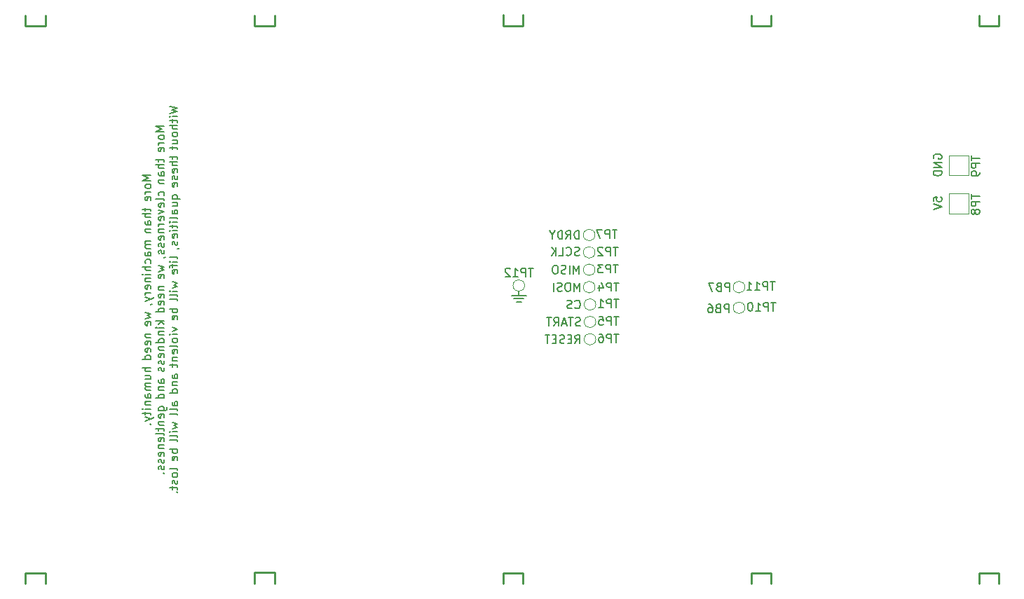
<source format=gbr>
%TF.GenerationSoftware,KiCad,Pcbnew,(7.0.0-0)*%
%TF.CreationDate,2023-03-23T21:01:42+01:00*%
%TF.ProjectId,SimpleECG_v0,53696d70-6c65-4454-9347-5f76302e6b69,rev?*%
%TF.SameCoordinates,Original*%
%TF.FileFunction,Legend,Bot*%
%TF.FilePolarity,Positive*%
%FSLAX46Y46*%
G04 Gerber Fmt 4.6, Leading zero omitted, Abs format (unit mm)*
G04 Created by KiCad (PCBNEW (7.0.0-0)) date 2023-03-23 21:01:42*
%MOMM*%
%LPD*%
G01*
G04 APERTURE LIST*
%ADD10C,0.150000*%
%ADD11C,0.120000*%
%ADD12C,0.254000*%
G04 APERTURE END LIST*
D10*
X112800000Y-55500000D02*
X114600000Y-55500000D01*
X113100000Y-55900000D02*
X114300000Y-55900000D01*
X113700000Y-55000000D02*
X113700000Y-55500000D01*
X113400000Y-56300000D02*
X114000000Y-56300000D01*
X121061904Y-54982380D02*
X121061904Y-53982380D01*
X121061904Y-53982380D02*
X120728571Y-54696666D01*
X120728571Y-54696666D02*
X120395238Y-53982380D01*
X120395238Y-53982380D02*
X120395238Y-54982380D01*
X119728571Y-53982380D02*
X119538095Y-53982380D01*
X119538095Y-53982380D02*
X119442857Y-54030000D01*
X119442857Y-54030000D02*
X119347619Y-54125238D01*
X119347619Y-54125238D02*
X119300000Y-54315714D01*
X119300000Y-54315714D02*
X119300000Y-54649047D01*
X119300000Y-54649047D02*
X119347619Y-54839523D01*
X119347619Y-54839523D02*
X119442857Y-54934761D01*
X119442857Y-54934761D02*
X119538095Y-54982380D01*
X119538095Y-54982380D02*
X119728571Y-54982380D01*
X119728571Y-54982380D02*
X119823809Y-54934761D01*
X119823809Y-54934761D02*
X119919047Y-54839523D01*
X119919047Y-54839523D02*
X119966666Y-54649047D01*
X119966666Y-54649047D02*
X119966666Y-54315714D01*
X119966666Y-54315714D02*
X119919047Y-54125238D01*
X119919047Y-54125238D02*
X119823809Y-54030000D01*
X119823809Y-54030000D02*
X119728571Y-53982380D01*
X118919047Y-54934761D02*
X118776190Y-54982380D01*
X118776190Y-54982380D02*
X118538095Y-54982380D01*
X118538095Y-54982380D02*
X118442857Y-54934761D01*
X118442857Y-54934761D02*
X118395238Y-54887142D01*
X118395238Y-54887142D02*
X118347619Y-54791904D01*
X118347619Y-54791904D02*
X118347619Y-54696666D01*
X118347619Y-54696666D02*
X118395238Y-54601428D01*
X118395238Y-54601428D02*
X118442857Y-54553809D01*
X118442857Y-54553809D02*
X118538095Y-54506190D01*
X118538095Y-54506190D02*
X118728571Y-54458571D01*
X118728571Y-54458571D02*
X118823809Y-54410952D01*
X118823809Y-54410952D02*
X118871428Y-54363333D01*
X118871428Y-54363333D02*
X118919047Y-54268095D01*
X118919047Y-54268095D02*
X118919047Y-54172857D01*
X118919047Y-54172857D02*
X118871428Y-54077619D01*
X118871428Y-54077619D02*
X118823809Y-54030000D01*
X118823809Y-54030000D02*
X118728571Y-53982380D01*
X118728571Y-53982380D02*
X118490476Y-53982380D01*
X118490476Y-53982380D02*
X118347619Y-54030000D01*
X117919047Y-54982380D02*
X117919047Y-53982380D01*
X163782380Y-44114285D02*
X163782380Y-43638095D01*
X163782380Y-43638095D02*
X164258571Y-43590476D01*
X164258571Y-43590476D02*
X164210952Y-43638095D01*
X164210952Y-43638095D02*
X164163333Y-43733333D01*
X164163333Y-43733333D02*
X164163333Y-43971428D01*
X164163333Y-43971428D02*
X164210952Y-44066666D01*
X164210952Y-44066666D02*
X164258571Y-44114285D01*
X164258571Y-44114285D02*
X164353809Y-44161904D01*
X164353809Y-44161904D02*
X164591904Y-44161904D01*
X164591904Y-44161904D02*
X164687142Y-44114285D01*
X164687142Y-44114285D02*
X164734761Y-44066666D01*
X164734761Y-44066666D02*
X164782380Y-43971428D01*
X164782380Y-43971428D02*
X164782380Y-43733333D01*
X164782380Y-43733333D02*
X164734761Y-43638095D01*
X164734761Y-43638095D02*
X164687142Y-43590476D01*
X163782380Y-44447619D02*
X164782380Y-44780952D01*
X164782380Y-44780952D02*
X163782380Y-45114285D01*
X163830000Y-38961904D02*
X163782380Y-38866666D01*
X163782380Y-38866666D02*
X163782380Y-38723809D01*
X163782380Y-38723809D02*
X163830000Y-38580952D01*
X163830000Y-38580952D02*
X163925238Y-38485714D01*
X163925238Y-38485714D02*
X164020476Y-38438095D01*
X164020476Y-38438095D02*
X164210952Y-38390476D01*
X164210952Y-38390476D02*
X164353809Y-38390476D01*
X164353809Y-38390476D02*
X164544285Y-38438095D01*
X164544285Y-38438095D02*
X164639523Y-38485714D01*
X164639523Y-38485714D02*
X164734761Y-38580952D01*
X164734761Y-38580952D02*
X164782380Y-38723809D01*
X164782380Y-38723809D02*
X164782380Y-38819047D01*
X164782380Y-38819047D02*
X164734761Y-38961904D01*
X164734761Y-38961904D02*
X164687142Y-39009523D01*
X164687142Y-39009523D02*
X164353809Y-39009523D01*
X164353809Y-39009523D02*
X164353809Y-38819047D01*
X164782380Y-39438095D02*
X163782380Y-39438095D01*
X163782380Y-39438095D02*
X164782380Y-40009523D01*
X164782380Y-40009523D02*
X163782380Y-40009523D01*
X164782380Y-40485714D02*
X163782380Y-40485714D01*
X163782380Y-40485714D02*
X163782380Y-40723809D01*
X163782380Y-40723809D02*
X163830000Y-40866666D01*
X163830000Y-40866666D02*
X163925238Y-40961904D01*
X163925238Y-40961904D02*
X164020476Y-41009523D01*
X164020476Y-41009523D02*
X164210952Y-41057142D01*
X164210952Y-41057142D02*
X164353809Y-41057142D01*
X164353809Y-41057142D02*
X164544285Y-41009523D01*
X164544285Y-41009523D02*
X164639523Y-40961904D01*
X164639523Y-40961904D02*
X164734761Y-40866666D01*
X164734761Y-40866666D02*
X164782380Y-40723809D01*
X164782380Y-40723809D02*
X164782380Y-40485714D01*
X121009523Y-50634761D02*
X120866666Y-50682380D01*
X120866666Y-50682380D02*
X120628571Y-50682380D01*
X120628571Y-50682380D02*
X120533333Y-50634761D01*
X120533333Y-50634761D02*
X120485714Y-50587142D01*
X120485714Y-50587142D02*
X120438095Y-50491904D01*
X120438095Y-50491904D02*
X120438095Y-50396666D01*
X120438095Y-50396666D02*
X120485714Y-50301428D01*
X120485714Y-50301428D02*
X120533333Y-50253809D01*
X120533333Y-50253809D02*
X120628571Y-50206190D01*
X120628571Y-50206190D02*
X120819047Y-50158571D01*
X120819047Y-50158571D02*
X120914285Y-50110952D01*
X120914285Y-50110952D02*
X120961904Y-50063333D01*
X120961904Y-50063333D02*
X121009523Y-49968095D01*
X121009523Y-49968095D02*
X121009523Y-49872857D01*
X121009523Y-49872857D02*
X120961904Y-49777619D01*
X120961904Y-49777619D02*
X120914285Y-49730000D01*
X120914285Y-49730000D02*
X120819047Y-49682380D01*
X120819047Y-49682380D02*
X120580952Y-49682380D01*
X120580952Y-49682380D02*
X120438095Y-49730000D01*
X119438095Y-50587142D02*
X119485714Y-50634761D01*
X119485714Y-50634761D02*
X119628571Y-50682380D01*
X119628571Y-50682380D02*
X119723809Y-50682380D01*
X119723809Y-50682380D02*
X119866666Y-50634761D01*
X119866666Y-50634761D02*
X119961904Y-50539523D01*
X119961904Y-50539523D02*
X120009523Y-50444285D01*
X120009523Y-50444285D02*
X120057142Y-50253809D01*
X120057142Y-50253809D02*
X120057142Y-50110952D01*
X120057142Y-50110952D02*
X120009523Y-49920476D01*
X120009523Y-49920476D02*
X119961904Y-49825238D01*
X119961904Y-49825238D02*
X119866666Y-49730000D01*
X119866666Y-49730000D02*
X119723809Y-49682380D01*
X119723809Y-49682380D02*
X119628571Y-49682380D01*
X119628571Y-49682380D02*
X119485714Y-49730000D01*
X119485714Y-49730000D02*
X119438095Y-49777619D01*
X118533333Y-50682380D02*
X119009523Y-50682380D01*
X119009523Y-50682380D02*
X119009523Y-49682380D01*
X118199999Y-50682380D02*
X118199999Y-49682380D01*
X117628571Y-50682380D02*
X118057142Y-50110952D01*
X117628571Y-49682380D02*
X118199999Y-50253809D01*
X120961904Y-52882380D02*
X120961904Y-51882380D01*
X120961904Y-51882380D02*
X120628571Y-52596666D01*
X120628571Y-52596666D02*
X120295238Y-51882380D01*
X120295238Y-51882380D02*
X120295238Y-52882380D01*
X119819047Y-52882380D02*
X119819047Y-51882380D01*
X119390476Y-52834761D02*
X119247619Y-52882380D01*
X119247619Y-52882380D02*
X119009524Y-52882380D01*
X119009524Y-52882380D02*
X118914286Y-52834761D01*
X118914286Y-52834761D02*
X118866667Y-52787142D01*
X118866667Y-52787142D02*
X118819048Y-52691904D01*
X118819048Y-52691904D02*
X118819048Y-52596666D01*
X118819048Y-52596666D02*
X118866667Y-52501428D01*
X118866667Y-52501428D02*
X118914286Y-52453809D01*
X118914286Y-52453809D02*
X119009524Y-52406190D01*
X119009524Y-52406190D02*
X119200000Y-52358571D01*
X119200000Y-52358571D02*
X119295238Y-52310952D01*
X119295238Y-52310952D02*
X119342857Y-52263333D01*
X119342857Y-52263333D02*
X119390476Y-52168095D01*
X119390476Y-52168095D02*
X119390476Y-52072857D01*
X119390476Y-52072857D02*
X119342857Y-51977619D01*
X119342857Y-51977619D02*
X119295238Y-51930000D01*
X119295238Y-51930000D02*
X119200000Y-51882380D01*
X119200000Y-51882380D02*
X118961905Y-51882380D01*
X118961905Y-51882380D02*
X118819048Y-51930000D01*
X118200000Y-51882380D02*
X118009524Y-51882380D01*
X118009524Y-51882380D02*
X117914286Y-51930000D01*
X117914286Y-51930000D02*
X117819048Y-52025238D01*
X117819048Y-52025238D02*
X117771429Y-52215714D01*
X117771429Y-52215714D02*
X117771429Y-52549047D01*
X117771429Y-52549047D02*
X117819048Y-52739523D01*
X117819048Y-52739523D02*
X117914286Y-52834761D01*
X117914286Y-52834761D02*
X118009524Y-52882380D01*
X118009524Y-52882380D02*
X118200000Y-52882380D01*
X118200000Y-52882380D02*
X118295238Y-52834761D01*
X118295238Y-52834761D02*
X118390476Y-52739523D01*
X118390476Y-52739523D02*
X118438095Y-52549047D01*
X118438095Y-52549047D02*
X118438095Y-52215714D01*
X118438095Y-52215714D02*
X118390476Y-52025238D01*
X118390476Y-52025238D02*
X118295238Y-51930000D01*
X118295238Y-51930000D02*
X118200000Y-51882380D01*
X120961904Y-48682380D02*
X120961904Y-47682380D01*
X120961904Y-47682380D02*
X120723809Y-47682380D01*
X120723809Y-47682380D02*
X120580952Y-47730000D01*
X120580952Y-47730000D02*
X120485714Y-47825238D01*
X120485714Y-47825238D02*
X120438095Y-47920476D01*
X120438095Y-47920476D02*
X120390476Y-48110952D01*
X120390476Y-48110952D02*
X120390476Y-48253809D01*
X120390476Y-48253809D02*
X120438095Y-48444285D01*
X120438095Y-48444285D02*
X120485714Y-48539523D01*
X120485714Y-48539523D02*
X120580952Y-48634761D01*
X120580952Y-48634761D02*
X120723809Y-48682380D01*
X120723809Y-48682380D02*
X120961904Y-48682380D01*
X119390476Y-48682380D02*
X119723809Y-48206190D01*
X119961904Y-48682380D02*
X119961904Y-47682380D01*
X119961904Y-47682380D02*
X119580952Y-47682380D01*
X119580952Y-47682380D02*
X119485714Y-47730000D01*
X119485714Y-47730000D02*
X119438095Y-47777619D01*
X119438095Y-47777619D02*
X119390476Y-47872857D01*
X119390476Y-47872857D02*
X119390476Y-48015714D01*
X119390476Y-48015714D02*
X119438095Y-48110952D01*
X119438095Y-48110952D02*
X119485714Y-48158571D01*
X119485714Y-48158571D02*
X119580952Y-48206190D01*
X119580952Y-48206190D02*
X119961904Y-48206190D01*
X118961904Y-48682380D02*
X118961904Y-47682380D01*
X118961904Y-47682380D02*
X118723809Y-47682380D01*
X118723809Y-47682380D02*
X118580952Y-47730000D01*
X118580952Y-47730000D02*
X118485714Y-47825238D01*
X118485714Y-47825238D02*
X118438095Y-47920476D01*
X118438095Y-47920476D02*
X118390476Y-48110952D01*
X118390476Y-48110952D02*
X118390476Y-48253809D01*
X118390476Y-48253809D02*
X118438095Y-48444285D01*
X118438095Y-48444285D02*
X118485714Y-48539523D01*
X118485714Y-48539523D02*
X118580952Y-48634761D01*
X118580952Y-48634761D02*
X118723809Y-48682380D01*
X118723809Y-48682380D02*
X118961904Y-48682380D01*
X117771428Y-48206190D02*
X117771428Y-48682380D01*
X118104761Y-47682380D02*
X117771428Y-48206190D01*
X117771428Y-48206190D02*
X117438095Y-47682380D01*
X139161904Y-54982380D02*
X139161904Y-53982380D01*
X139161904Y-53982380D02*
X138780952Y-53982380D01*
X138780952Y-53982380D02*
X138685714Y-54030000D01*
X138685714Y-54030000D02*
X138638095Y-54077619D01*
X138638095Y-54077619D02*
X138590476Y-54172857D01*
X138590476Y-54172857D02*
X138590476Y-54315714D01*
X138590476Y-54315714D02*
X138638095Y-54410952D01*
X138638095Y-54410952D02*
X138685714Y-54458571D01*
X138685714Y-54458571D02*
X138780952Y-54506190D01*
X138780952Y-54506190D02*
X139161904Y-54506190D01*
X137828571Y-54458571D02*
X137685714Y-54506190D01*
X137685714Y-54506190D02*
X137638095Y-54553809D01*
X137638095Y-54553809D02*
X137590476Y-54649047D01*
X137590476Y-54649047D02*
X137590476Y-54791904D01*
X137590476Y-54791904D02*
X137638095Y-54887142D01*
X137638095Y-54887142D02*
X137685714Y-54934761D01*
X137685714Y-54934761D02*
X137780952Y-54982380D01*
X137780952Y-54982380D02*
X138161904Y-54982380D01*
X138161904Y-54982380D02*
X138161904Y-53982380D01*
X138161904Y-53982380D02*
X137828571Y-53982380D01*
X137828571Y-53982380D02*
X137733333Y-54030000D01*
X137733333Y-54030000D02*
X137685714Y-54077619D01*
X137685714Y-54077619D02*
X137638095Y-54172857D01*
X137638095Y-54172857D02*
X137638095Y-54268095D01*
X137638095Y-54268095D02*
X137685714Y-54363333D01*
X137685714Y-54363333D02*
X137733333Y-54410952D01*
X137733333Y-54410952D02*
X137828571Y-54458571D01*
X137828571Y-54458571D02*
X138161904Y-54458571D01*
X137257142Y-53982380D02*
X136590476Y-53982380D01*
X136590476Y-53982380D02*
X137019047Y-54982380D01*
X120490476Y-61282380D02*
X120823809Y-60806190D01*
X121061904Y-61282380D02*
X121061904Y-60282380D01*
X121061904Y-60282380D02*
X120680952Y-60282380D01*
X120680952Y-60282380D02*
X120585714Y-60330000D01*
X120585714Y-60330000D02*
X120538095Y-60377619D01*
X120538095Y-60377619D02*
X120490476Y-60472857D01*
X120490476Y-60472857D02*
X120490476Y-60615714D01*
X120490476Y-60615714D02*
X120538095Y-60710952D01*
X120538095Y-60710952D02*
X120585714Y-60758571D01*
X120585714Y-60758571D02*
X120680952Y-60806190D01*
X120680952Y-60806190D02*
X121061904Y-60806190D01*
X120061904Y-60758571D02*
X119728571Y-60758571D01*
X119585714Y-61282380D02*
X120061904Y-61282380D01*
X120061904Y-61282380D02*
X120061904Y-60282380D01*
X120061904Y-60282380D02*
X119585714Y-60282380D01*
X119204761Y-61234761D02*
X119061904Y-61282380D01*
X119061904Y-61282380D02*
X118823809Y-61282380D01*
X118823809Y-61282380D02*
X118728571Y-61234761D01*
X118728571Y-61234761D02*
X118680952Y-61187142D01*
X118680952Y-61187142D02*
X118633333Y-61091904D01*
X118633333Y-61091904D02*
X118633333Y-60996666D01*
X118633333Y-60996666D02*
X118680952Y-60901428D01*
X118680952Y-60901428D02*
X118728571Y-60853809D01*
X118728571Y-60853809D02*
X118823809Y-60806190D01*
X118823809Y-60806190D02*
X119014285Y-60758571D01*
X119014285Y-60758571D02*
X119109523Y-60710952D01*
X119109523Y-60710952D02*
X119157142Y-60663333D01*
X119157142Y-60663333D02*
X119204761Y-60568095D01*
X119204761Y-60568095D02*
X119204761Y-60472857D01*
X119204761Y-60472857D02*
X119157142Y-60377619D01*
X119157142Y-60377619D02*
X119109523Y-60330000D01*
X119109523Y-60330000D02*
X119014285Y-60282380D01*
X119014285Y-60282380D02*
X118776190Y-60282380D01*
X118776190Y-60282380D02*
X118633333Y-60330000D01*
X118204761Y-60758571D02*
X117871428Y-60758571D01*
X117728571Y-61282380D02*
X118204761Y-61282380D01*
X118204761Y-61282380D02*
X118204761Y-60282380D01*
X118204761Y-60282380D02*
X117728571Y-60282380D01*
X117442856Y-60282380D02*
X116871428Y-60282380D01*
X117157142Y-61282380D02*
X117157142Y-60282380D01*
X139061904Y-57582380D02*
X139061904Y-56582380D01*
X139061904Y-56582380D02*
X138680952Y-56582380D01*
X138680952Y-56582380D02*
X138585714Y-56630000D01*
X138585714Y-56630000D02*
X138538095Y-56677619D01*
X138538095Y-56677619D02*
X138490476Y-56772857D01*
X138490476Y-56772857D02*
X138490476Y-56915714D01*
X138490476Y-56915714D02*
X138538095Y-57010952D01*
X138538095Y-57010952D02*
X138585714Y-57058571D01*
X138585714Y-57058571D02*
X138680952Y-57106190D01*
X138680952Y-57106190D02*
X139061904Y-57106190D01*
X137728571Y-57058571D02*
X137585714Y-57106190D01*
X137585714Y-57106190D02*
X137538095Y-57153809D01*
X137538095Y-57153809D02*
X137490476Y-57249047D01*
X137490476Y-57249047D02*
X137490476Y-57391904D01*
X137490476Y-57391904D02*
X137538095Y-57487142D01*
X137538095Y-57487142D02*
X137585714Y-57534761D01*
X137585714Y-57534761D02*
X137680952Y-57582380D01*
X137680952Y-57582380D02*
X138061904Y-57582380D01*
X138061904Y-57582380D02*
X138061904Y-56582380D01*
X138061904Y-56582380D02*
X137728571Y-56582380D01*
X137728571Y-56582380D02*
X137633333Y-56630000D01*
X137633333Y-56630000D02*
X137585714Y-56677619D01*
X137585714Y-56677619D02*
X137538095Y-56772857D01*
X137538095Y-56772857D02*
X137538095Y-56868095D01*
X137538095Y-56868095D02*
X137585714Y-56963333D01*
X137585714Y-56963333D02*
X137633333Y-57010952D01*
X137633333Y-57010952D02*
X137728571Y-57058571D01*
X137728571Y-57058571D02*
X138061904Y-57058571D01*
X136633333Y-56582380D02*
X136823809Y-56582380D01*
X136823809Y-56582380D02*
X136919047Y-56630000D01*
X136919047Y-56630000D02*
X136966666Y-56677619D01*
X136966666Y-56677619D02*
X137061904Y-56820476D01*
X137061904Y-56820476D02*
X137109523Y-57010952D01*
X137109523Y-57010952D02*
X137109523Y-57391904D01*
X137109523Y-57391904D02*
X137061904Y-57487142D01*
X137061904Y-57487142D02*
X137014285Y-57534761D01*
X137014285Y-57534761D02*
X136919047Y-57582380D01*
X136919047Y-57582380D02*
X136728571Y-57582380D01*
X136728571Y-57582380D02*
X136633333Y-57534761D01*
X136633333Y-57534761D02*
X136585714Y-57487142D01*
X136585714Y-57487142D02*
X136538095Y-57391904D01*
X136538095Y-57391904D02*
X136538095Y-57153809D01*
X136538095Y-57153809D02*
X136585714Y-57058571D01*
X136585714Y-57058571D02*
X136633333Y-57010952D01*
X136633333Y-57010952D02*
X136728571Y-56963333D01*
X136728571Y-56963333D02*
X136919047Y-56963333D01*
X136919047Y-56963333D02*
X137014285Y-57010952D01*
X137014285Y-57010952D02*
X137061904Y-57058571D01*
X137061904Y-57058571D02*
X137109523Y-57153809D01*
X120490476Y-56987142D02*
X120538095Y-57034761D01*
X120538095Y-57034761D02*
X120680952Y-57082380D01*
X120680952Y-57082380D02*
X120776190Y-57082380D01*
X120776190Y-57082380D02*
X120919047Y-57034761D01*
X120919047Y-57034761D02*
X121014285Y-56939523D01*
X121014285Y-56939523D02*
X121061904Y-56844285D01*
X121061904Y-56844285D02*
X121109523Y-56653809D01*
X121109523Y-56653809D02*
X121109523Y-56510952D01*
X121109523Y-56510952D02*
X121061904Y-56320476D01*
X121061904Y-56320476D02*
X121014285Y-56225238D01*
X121014285Y-56225238D02*
X120919047Y-56130000D01*
X120919047Y-56130000D02*
X120776190Y-56082380D01*
X120776190Y-56082380D02*
X120680952Y-56082380D01*
X120680952Y-56082380D02*
X120538095Y-56130000D01*
X120538095Y-56130000D02*
X120490476Y-56177619D01*
X120109523Y-57034761D02*
X119966666Y-57082380D01*
X119966666Y-57082380D02*
X119728571Y-57082380D01*
X119728571Y-57082380D02*
X119633333Y-57034761D01*
X119633333Y-57034761D02*
X119585714Y-56987142D01*
X119585714Y-56987142D02*
X119538095Y-56891904D01*
X119538095Y-56891904D02*
X119538095Y-56796666D01*
X119538095Y-56796666D02*
X119585714Y-56701428D01*
X119585714Y-56701428D02*
X119633333Y-56653809D01*
X119633333Y-56653809D02*
X119728571Y-56606190D01*
X119728571Y-56606190D02*
X119919047Y-56558571D01*
X119919047Y-56558571D02*
X120014285Y-56510952D01*
X120014285Y-56510952D02*
X120061904Y-56463333D01*
X120061904Y-56463333D02*
X120109523Y-56368095D01*
X120109523Y-56368095D02*
X120109523Y-56272857D01*
X120109523Y-56272857D02*
X120061904Y-56177619D01*
X120061904Y-56177619D02*
X120014285Y-56130000D01*
X120014285Y-56130000D02*
X119919047Y-56082380D01*
X119919047Y-56082380D02*
X119680952Y-56082380D01*
X119680952Y-56082380D02*
X119538095Y-56130000D01*
X69242380Y-40952380D02*
X68242380Y-40952380D01*
X68242380Y-40952380D02*
X68956666Y-41285713D01*
X68956666Y-41285713D02*
X68242380Y-41619046D01*
X68242380Y-41619046D02*
X69242380Y-41619046D01*
X69242380Y-42238094D02*
X69194761Y-42142856D01*
X69194761Y-42142856D02*
X69147142Y-42095237D01*
X69147142Y-42095237D02*
X69051904Y-42047618D01*
X69051904Y-42047618D02*
X68766190Y-42047618D01*
X68766190Y-42047618D02*
X68670952Y-42095237D01*
X68670952Y-42095237D02*
X68623333Y-42142856D01*
X68623333Y-42142856D02*
X68575714Y-42238094D01*
X68575714Y-42238094D02*
X68575714Y-42380951D01*
X68575714Y-42380951D02*
X68623333Y-42476189D01*
X68623333Y-42476189D02*
X68670952Y-42523808D01*
X68670952Y-42523808D02*
X68766190Y-42571427D01*
X68766190Y-42571427D02*
X69051904Y-42571427D01*
X69051904Y-42571427D02*
X69147142Y-42523808D01*
X69147142Y-42523808D02*
X69194761Y-42476189D01*
X69194761Y-42476189D02*
X69242380Y-42380951D01*
X69242380Y-42380951D02*
X69242380Y-42238094D01*
X69242380Y-42999999D02*
X68575714Y-42999999D01*
X68766190Y-42999999D02*
X68670952Y-43047618D01*
X68670952Y-43047618D02*
X68623333Y-43095237D01*
X68623333Y-43095237D02*
X68575714Y-43190475D01*
X68575714Y-43190475D02*
X68575714Y-43285713D01*
X69194761Y-43999999D02*
X69242380Y-43904761D01*
X69242380Y-43904761D02*
X69242380Y-43714285D01*
X69242380Y-43714285D02*
X69194761Y-43619047D01*
X69194761Y-43619047D02*
X69099523Y-43571428D01*
X69099523Y-43571428D02*
X68718571Y-43571428D01*
X68718571Y-43571428D02*
X68623333Y-43619047D01*
X68623333Y-43619047D02*
X68575714Y-43714285D01*
X68575714Y-43714285D02*
X68575714Y-43904761D01*
X68575714Y-43904761D02*
X68623333Y-43999999D01*
X68623333Y-43999999D02*
X68718571Y-44047618D01*
X68718571Y-44047618D02*
X68813809Y-44047618D01*
X68813809Y-44047618D02*
X68909047Y-43571428D01*
X68575714Y-44933333D02*
X68575714Y-45314285D01*
X68242380Y-45076190D02*
X69099523Y-45076190D01*
X69099523Y-45076190D02*
X69194761Y-45123809D01*
X69194761Y-45123809D02*
X69242380Y-45219047D01*
X69242380Y-45219047D02*
X69242380Y-45314285D01*
X69242380Y-45647619D02*
X68242380Y-45647619D01*
X69242380Y-46076190D02*
X68718571Y-46076190D01*
X68718571Y-46076190D02*
X68623333Y-46028571D01*
X68623333Y-46028571D02*
X68575714Y-45933333D01*
X68575714Y-45933333D02*
X68575714Y-45790476D01*
X68575714Y-45790476D02*
X68623333Y-45695238D01*
X68623333Y-45695238D02*
X68670952Y-45647619D01*
X69242380Y-46980952D02*
X68718571Y-46980952D01*
X68718571Y-46980952D02*
X68623333Y-46933333D01*
X68623333Y-46933333D02*
X68575714Y-46838095D01*
X68575714Y-46838095D02*
X68575714Y-46647619D01*
X68575714Y-46647619D02*
X68623333Y-46552381D01*
X69194761Y-46980952D02*
X69242380Y-46885714D01*
X69242380Y-46885714D02*
X69242380Y-46647619D01*
X69242380Y-46647619D02*
X69194761Y-46552381D01*
X69194761Y-46552381D02*
X69099523Y-46504762D01*
X69099523Y-46504762D02*
X69004285Y-46504762D01*
X69004285Y-46504762D02*
X68909047Y-46552381D01*
X68909047Y-46552381D02*
X68861428Y-46647619D01*
X68861428Y-46647619D02*
X68861428Y-46885714D01*
X68861428Y-46885714D02*
X68813809Y-46980952D01*
X68575714Y-47457143D02*
X69242380Y-47457143D01*
X68670952Y-47457143D02*
X68623333Y-47504762D01*
X68623333Y-47504762D02*
X68575714Y-47600000D01*
X68575714Y-47600000D02*
X68575714Y-47742857D01*
X68575714Y-47742857D02*
X68623333Y-47838095D01*
X68623333Y-47838095D02*
X68718571Y-47885714D01*
X68718571Y-47885714D02*
X69242380Y-47885714D01*
X69242380Y-48961905D02*
X68575714Y-48961905D01*
X68670952Y-48961905D02*
X68623333Y-49009524D01*
X68623333Y-49009524D02*
X68575714Y-49104762D01*
X68575714Y-49104762D02*
X68575714Y-49247619D01*
X68575714Y-49247619D02*
X68623333Y-49342857D01*
X68623333Y-49342857D02*
X68718571Y-49390476D01*
X68718571Y-49390476D02*
X69242380Y-49390476D01*
X68718571Y-49390476D02*
X68623333Y-49438095D01*
X68623333Y-49438095D02*
X68575714Y-49533333D01*
X68575714Y-49533333D02*
X68575714Y-49676190D01*
X68575714Y-49676190D02*
X68623333Y-49771429D01*
X68623333Y-49771429D02*
X68718571Y-49819048D01*
X68718571Y-49819048D02*
X69242380Y-49819048D01*
X69242380Y-50723809D02*
X68718571Y-50723809D01*
X68718571Y-50723809D02*
X68623333Y-50676190D01*
X68623333Y-50676190D02*
X68575714Y-50580952D01*
X68575714Y-50580952D02*
X68575714Y-50390476D01*
X68575714Y-50390476D02*
X68623333Y-50295238D01*
X69194761Y-50723809D02*
X69242380Y-50628571D01*
X69242380Y-50628571D02*
X69242380Y-50390476D01*
X69242380Y-50390476D02*
X69194761Y-50295238D01*
X69194761Y-50295238D02*
X69099523Y-50247619D01*
X69099523Y-50247619D02*
X69004285Y-50247619D01*
X69004285Y-50247619D02*
X68909047Y-50295238D01*
X68909047Y-50295238D02*
X68861428Y-50390476D01*
X68861428Y-50390476D02*
X68861428Y-50628571D01*
X68861428Y-50628571D02*
X68813809Y-50723809D01*
X69194761Y-51628571D02*
X69242380Y-51533333D01*
X69242380Y-51533333D02*
X69242380Y-51342857D01*
X69242380Y-51342857D02*
X69194761Y-51247619D01*
X69194761Y-51247619D02*
X69147142Y-51200000D01*
X69147142Y-51200000D02*
X69051904Y-51152381D01*
X69051904Y-51152381D02*
X68766190Y-51152381D01*
X68766190Y-51152381D02*
X68670952Y-51200000D01*
X68670952Y-51200000D02*
X68623333Y-51247619D01*
X68623333Y-51247619D02*
X68575714Y-51342857D01*
X68575714Y-51342857D02*
X68575714Y-51533333D01*
X68575714Y-51533333D02*
X68623333Y-51628571D01*
X69242380Y-52057143D02*
X68242380Y-52057143D01*
X69242380Y-52485714D02*
X68718571Y-52485714D01*
X68718571Y-52485714D02*
X68623333Y-52438095D01*
X68623333Y-52438095D02*
X68575714Y-52342857D01*
X68575714Y-52342857D02*
X68575714Y-52200000D01*
X68575714Y-52200000D02*
X68623333Y-52104762D01*
X68623333Y-52104762D02*
X68670952Y-52057143D01*
X69242380Y-52961905D02*
X68575714Y-52961905D01*
X68242380Y-52961905D02*
X68290000Y-52914286D01*
X68290000Y-52914286D02*
X68337619Y-52961905D01*
X68337619Y-52961905D02*
X68290000Y-53009524D01*
X68290000Y-53009524D02*
X68242380Y-52961905D01*
X68242380Y-52961905D02*
X68337619Y-52961905D01*
X68575714Y-53438095D02*
X69242380Y-53438095D01*
X68670952Y-53438095D02*
X68623333Y-53485714D01*
X68623333Y-53485714D02*
X68575714Y-53580952D01*
X68575714Y-53580952D02*
X68575714Y-53723809D01*
X68575714Y-53723809D02*
X68623333Y-53819047D01*
X68623333Y-53819047D02*
X68718571Y-53866666D01*
X68718571Y-53866666D02*
X69242380Y-53866666D01*
X69194761Y-54723809D02*
X69242380Y-54628571D01*
X69242380Y-54628571D02*
X69242380Y-54438095D01*
X69242380Y-54438095D02*
X69194761Y-54342857D01*
X69194761Y-54342857D02*
X69099523Y-54295238D01*
X69099523Y-54295238D02*
X68718571Y-54295238D01*
X68718571Y-54295238D02*
X68623333Y-54342857D01*
X68623333Y-54342857D02*
X68575714Y-54438095D01*
X68575714Y-54438095D02*
X68575714Y-54628571D01*
X68575714Y-54628571D02*
X68623333Y-54723809D01*
X68623333Y-54723809D02*
X68718571Y-54771428D01*
X68718571Y-54771428D02*
X68813809Y-54771428D01*
X68813809Y-54771428D02*
X68909047Y-54295238D01*
X69242380Y-55200000D02*
X68575714Y-55200000D01*
X68766190Y-55200000D02*
X68670952Y-55247619D01*
X68670952Y-55247619D02*
X68623333Y-55295238D01*
X68623333Y-55295238D02*
X68575714Y-55390476D01*
X68575714Y-55390476D02*
X68575714Y-55485714D01*
X68575714Y-55723810D02*
X69242380Y-55961905D01*
X68575714Y-56200000D02*
X69242380Y-55961905D01*
X69242380Y-55961905D02*
X69480476Y-55866667D01*
X69480476Y-55866667D02*
X69528095Y-55819048D01*
X69528095Y-55819048D02*
X69575714Y-55723810D01*
X69194761Y-56628572D02*
X69242380Y-56628572D01*
X69242380Y-56628572D02*
X69337619Y-56580953D01*
X69337619Y-56580953D02*
X69385238Y-56533334D01*
X68575714Y-57561905D02*
X69242380Y-57752381D01*
X69242380Y-57752381D02*
X68766190Y-57942857D01*
X68766190Y-57942857D02*
X69242380Y-58133333D01*
X69242380Y-58133333D02*
X68575714Y-58323809D01*
X69194761Y-59085714D02*
X69242380Y-58990476D01*
X69242380Y-58990476D02*
X69242380Y-58800000D01*
X69242380Y-58800000D02*
X69194761Y-58704762D01*
X69194761Y-58704762D02*
X69099523Y-58657143D01*
X69099523Y-58657143D02*
X68718571Y-58657143D01*
X68718571Y-58657143D02*
X68623333Y-58704762D01*
X68623333Y-58704762D02*
X68575714Y-58800000D01*
X68575714Y-58800000D02*
X68575714Y-58990476D01*
X68575714Y-58990476D02*
X68623333Y-59085714D01*
X68623333Y-59085714D02*
X68718571Y-59133333D01*
X68718571Y-59133333D02*
X68813809Y-59133333D01*
X68813809Y-59133333D02*
X68909047Y-58657143D01*
X68575714Y-60161905D02*
X69242380Y-60161905D01*
X68670952Y-60161905D02*
X68623333Y-60209524D01*
X68623333Y-60209524D02*
X68575714Y-60304762D01*
X68575714Y-60304762D02*
X68575714Y-60447619D01*
X68575714Y-60447619D02*
X68623333Y-60542857D01*
X68623333Y-60542857D02*
X68718571Y-60590476D01*
X68718571Y-60590476D02*
X69242380Y-60590476D01*
X69194761Y-61447619D02*
X69242380Y-61352381D01*
X69242380Y-61352381D02*
X69242380Y-61161905D01*
X69242380Y-61161905D02*
X69194761Y-61066667D01*
X69194761Y-61066667D02*
X69099523Y-61019048D01*
X69099523Y-61019048D02*
X68718571Y-61019048D01*
X68718571Y-61019048D02*
X68623333Y-61066667D01*
X68623333Y-61066667D02*
X68575714Y-61161905D01*
X68575714Y-61161905D02*
X68575714Y-61352381D01*
X68575714Y-61352381D02*
X68623333Y-61447619D01*
X68623333Y-61447619D02*
X68718571Y-61495238D01*
X68718571Y-61495238D02*
X68813809Y-61495238D01*
X68813809Y-61495238D02*
X68909047Y-61019048D01*
X69194761Y-62304762D02*
X69242380Y-62209524D01*
X69242380Y-62209524D02*
X69242380Y-62019048D01*
X69242380Y-62019048D02*
X69194761Y-61923810D01*
X69194761Y-61923810D02*
X69099523Y-61876191D01*
X69099523Y-61876191D02*
X68718571Y-61876191D01*
X68718571Y-61876191D02*
X68623333Y-61923810D01*
X68623333Y-61923810D02*
X68575714Y-62019048D01*
X68575714Y-62019048D02*
X68575714Y-62209524D01*
X68575714Y-62209524D02*
X68623333Y-62304762D01*
X68623333Y-62304762D02*
X68718571Y-62352381D01*
X68718571Y-62352381D02*
X68813809Y-62352381D01*
X68813809Y-62352381D02*
X68909047Y-61876191D01*
X69242380Y-63209524D02*
X68242380Y-63209524D01*
X69194761Y-63209524D02*
X69242380Y-63114286D01*
X69242380Y-63114286D02*
X69242380Y-62923810D01*
X69242380Y-62923810D02*
X69194761Y-62828572D01*
X69194761Y-62828572D02*
X69147142Y-62780953D01*
X69147142Y-62780953D02*
X69051904Y-62733334D01*
X69051904Y-62733334D02*
X68766190Y-62733334D01*
X68766190Y-62733334D02*
X68670952Y-62780953D01*
X68670952Y-62780953D02*
X68623333Y-62828572D01*
X68623333Y-62828572D02*
X68575714Y-62923810D01*
X68575714Y-62923810D02*
X68575714Y-63114286D01*
X68575714Y-63114286D02*
X68623333Y-63209524D01*
X69242380Y-64285715D02*
X68242380Y-64285715D01*
X69242380Y-64714286D02*
X68718571Y-64714286D01*
X68718571Y-64714286D02*
X68623333Y-64666667D01*
X68623333Y-64666667D02*
X68575714Y-64571429D01*
X68575714Y-64571429D02*
X68575714Y-64428572D01*
X68575714Y-64428572D02*
X68623333Y-64333334D01*
X68623333Y-64333334D02*
X68670952Y-64285715D01*
X68575714Y-65619048D02*
X69242380Y-65619048D01*
X68575714Y-65190477D02*
X69099523Y-65190477D01*
X69099523Y-65190477D02*
X69194761Y-65238096D01*
X69194761Y-65238096D02*
X69242380Y-65333334D01*
X69242380Y-65333334D02*
X69242380Y-65476191D01*
X69242380Y-65476191D02*
X69194761Y-65571429D01*
X69194761Y-65571429D02*
X69147142Y-65619048D01*
X69242380Y-66095239D02*
X68575714Y-66095239D01*
X68670952Y-66095239D02*
X68623333Y-66142858D01*
X68623333Y-66142858D02*
X68575714Y-66238096D01*
X68575714Y-66238096D02*
X68575714Y-66380953D01*
X68575714Y-66380953D02*
X68623333Y-66476191D01*
X68623333Y-66476191D02*
X68718571Y-66523810D01*
X68718571Y-66523810D02*
X69242380Y-66523810D01*
X68718571Y-66523810D02*
X68623333Y-66571429D01*
X68623333Y-66571429D02*
X68575714Y-66666667D01*
X68575714Y-66666667D02*
X68575714Y-66809524D01*
X68575714Y-66809524D02*
X68623333Y-66904763D01*
X68623333Y-66904763D02*
X68718571Y-66952382D01*
X68718571Y-66952382D02*
X69242380Y-66952382D01*
X69242380Y-67857143D02*
X68718571Y-67857143D01*
X68718571Y-67857143D02*
X68623333Y-67809524D01*
X68623333Y-67809524D02*
X68575714Y-67714286D01*
X68575714Y-67714286D02*
X68575714Y-67523810D01*
X68575714Y-67523810D02*
X68623333Y-67428572D01*
X69194761Y-67857143D02*
X69242380Y-67761905D01*
X69242380Y-67761905D02*
X69242380Y-67523810D01*
X69242380Y-67523810D02*
X69194761Y-67428572D01*
X69194761Y-67428572D02*
X69099523Y-67380953D01*
X69099523Y-67380953D02*
X69004285Y-67380953D01*
X69004285Y-67380953D02*
X68909047Y-67428572D01*
X68909047Y-67428572D02*
X68861428Y-67523810D01*
X68861428Y-67523810D02*
X68861428Y-67761905D01*
X68861428Y-67761905D02*
X68813809Y-67857143D01*
X68575714Y-68333334D02*
X69242380Y-68333334D01*
X68670952Y-68333334D02*
X68623333Y-68380953D01*
X68623333Y-68380953D02*
X68575714Y-68476191D01*
X68575714Y-68476191D02*
X68575714Y-68619048D01*
X68575714Y-68619048D02*
X68623333Y-68714286D01*
X68623333Y-68714286D02*
X68718571Y-68761905D01*
X68718571Y-68761905D02*
X69242380Y-68761905D01*
X69242380Y-69238096D02*
X68575714Y-69238096D01*
X68242380Y-69238096D02*
X68290000Y-69190477D01*
X68290000Y-69190477D02*
X68337619Y-69238096D01*
X68337619Y-69238096D02*
X68290000Y-69285715D01*
X68290000Y-69285715D02*
X68242380Y-69238096D01*
X68242380Y-69238096D02*
X68337619Y-69238096D01*
X68575714Y-69571429D02*
X68575714Y-69952381D01*
X68242380Y-69714286D02*
X69099523Y-69714286D01*
X69099523Y-69714286D02*
X69194761Y-69761905D01*
X69194761Y-69761905D02*
X69242380Y-69857143D01*
X69242380Y-69857143D02*
X69242380Y-69952381D01*
X68575714Y-70190477D02*
X69242380Y-70428572D01*
X68575714Y-70666667D02*
X69242380Y-70428572D01*
X69242380Y-70428572D02*
X69480476Y-70333334D01*
X69480476Y-70333334D02*
X69528095Y-70285715D01*
X69528095Y-70285715D02*
X69575714Y-70190477D01*
X69147142Y-71047620D02*
X69194761Y-71095239D01*
X69194761Y-71095239D02*
X69242380Y-71047620D01*
X69242380Y-71047620D02*
X69194761Y-71000001D01*
X69194761Y-71000001D02*
X69147142Y-71047620D01*
X69147142Y-71047620D02*
X69242380Y-71047620D01*
X70862380Y-35019045D02*
X69862380Y-35019045D01*
X69862380Y-35019045D02*
X70576666Y-35352378D01*
X70576666Y-35352378D02*
X69862380Y-35685711D01*
X69862380Y-35685711D02*
X70862380Y-35685711D01*
X70862380Y-36304759D02*
X70814761Y-36209521D01*
X70814761Y-36209521D02*
X70767142Y-36161902D01*
X70767142Y-36161902D02*
X70671904Y-36114283D01*
X70671904Y-36114283D02*
X70386190Y-36114283D01*
X70386190Y-36114283D02*
X70290952Y-36161902D01*
X70290952Y-36161902D02*
X70243333Y-36209521D01*
X70243333Y-36209521D02*
X70195714Y-36304759D01*
X70195714Y-36304759D02*
X70195714Y-36447616D01*
X70195714Y-36447616D02*
X70243333Y-36542854D01*
X70243333Y-36542854D02*
X70290952Y-36590473D01*
X70290952Y-36590473D02*
X70386190Y-36638092D01*
X70386190Y-36638092D02*
X70671904Y-36638092D01*
X70671904Y-36638092D02*
X70767142Y-36590473D01*
X70767142Y-36590473D02*
X70814761Y-36542854D01*
X70814761Y-36542854D02*
X70862380Y-36447616D01*
X70862380Y-36447616D02*
X70862380Y-36304759D01*
X70862380Y-37066664D02*
X70195714Y-37066664D01*
X70386190Y-37066664D02*
X70290952Y-37114283D01*
X70290952Y-37114283D02*
X70243333Y-37161902D01*
X70243333Y-37161902D02*
X70195714Y-37257140D01*
X70195714Y-37257140D02*
X70195714Y-37352378D01*
X70814761Y-38066664D02*
X70862380Y-37971426D01*
X70862380Y-37971426D02*
X70862380Y-37780950D01*
X70862380Y-37780950D02*
X70814761Y-37685712D01*
X70814761Y-37685712D02*
X70719523Y-37638093D01*
X70719523Y-37638093D02*
X70338571Y-37638093D01*
X70338571Y-37638093D02*
X70243333Y-37685712D01*
X70243333Y-37685712D02*
X70195714Y-37780950D01*
X70195714Y-37780950D02*
X70195714Y-37971426D01*
X70195714Y-37971426D02*
X70243333Y-38066664D01*
X70243333Y-38066664D02*
X70338571Y-38114283D01*
X70338571Y-38114283D02*
X70433809Y-38114283D01*
X70433809Y-38114283D02*
X70529047Y-37638093D01*
X70195714Y-38999998D02*
X70195714Y-39380950D01*
X69862380Y-39142855D02*
X70719523Y-39142855D01*
X70719523Y-39142855D02*
X70814761Y-39190474D01*
X70814761Y-39190474D02*
X70862380Y-39285712D01*
X70862380Y-39285712D02*
X70862380Y-39380950D01*
X70862380Y-39714284D02*
X69862380Y-39714284D01*
X70862380Y-40142855D02*
X70338571Y-40142855D01*
X70338571Y-40142855D02*
X70243333Y-40095236D01*
X70243333Y-40095236D02*
X70195714Y-39999998D01*
X70195714Y-39999998D02*
X70195714Y-39857141D01*
X70195714Y-39857141D02*
X70243333Y-39761903D01*
X70243333Y-39761903D02*
X70290952Y-39714284D01*
X70862380Y-41047617D02*
X70338571Y-41047617D01*
X70338571Y-41047617D02*
X70243333Y-40999998D01*
X70243333Y-40999998D02*
X70195714Y-40904760D01*
X70195714Y-40904760D02*
X70195714Y-40714284D01*
X70195714Y-40714284D02*
X70243333Y-40619046D01*
X70814761Y-41047617D02*
X70862380Y-40952379D01*
X70862380Y-40952379D02*
X70862380Y-40714284D01*
X70862380Y-40714284D02*
X70814761Y-40619046D01*
X70814761Y-40619046D02*
X70719523Y-40571427D01*
X70719523Y-40571427D02*
X70624285Y-40571427D01*
X70624285Y-40571427D02*
X70529047Y-40619046D01*
X70529047Y-40619046D02*
X70481428Y-40714284D01*
X70481428Y-40714284D02*
X70481428Y-40952379D01*
X70481428Y-40952379D02*
X70433809Y-41047617D01*
X70195714Y-41523808D02*
X70862380Y-41523808D01*
X70290952Y-41523808D02*
X70243333Y-41571427D01*
X70243333Y-41571427D02*
X70195714Y-41666665D01*
X70195714Y-41666665D02*
X70195714Y-41809522D01*
X70195714Y-41809522D02*
X70243333Y-41904760D01*
X70243333Y-41904760D02*
X70338571Y-41952379D01*
X70338571Y-41952379D02*
X70862380Y-41952379D01*
X70814761Y-43457141D02*
X70862380Y-43361903D01*
X70862380Y-43361903D02*
X70862380Y-43171427D01*
X70862380Y-43171427D02*
X70814761Y-43076189D01*
X70814761Y-43076189D02*
X70767142Y-43028570D01*
X70767142Y-43028570D02*
X70671904Y-42980951D01*
X70671904Y-42980951D02*
X70386190Y-42980951D01*
X70386190Y-42980951D02*
X70290952Y-43028570D01*
X70290952Y-43028570D02*
X70243333Y-43076189D01*
X70243333Y-43076189D02*
X70195714Y-43171427D01*
X70195714Y-43171427D02*
X70195714Y-43361903D01*
X70195714Y-43361903D02*
X70243333Y-43457141D01*
X70862380Y-44028570D02*
X70814761Y-43933332D01*
X70814761Y-43933332D02*
X70719523Y-43885713D01*
X70719523Y-43885713D02*
X69862380Y-43885713D01*
X70814761Y-44790475D02*
X70862380Y-44695237D01*
X70862380Y-44695237D02*
X70862380Y-44504761D01*
X70862380Y-44504761D02*
X70814761Y-44409523D01*
X70814761Y-44409523D02*
X70719523Y-44361904D01*
X70719523Y-44361904D02*
X70338571Y-44361904D01*
X70338571Y-44361904D02*
X70243333Y-44409523D01*
X70243333Y-44409523D02*
X70195714Y-44504761D01*
X70195714Y-44504761D02*
X70195714Y-44695237D01*
X70195714Y-44695237D02*
X70243333Y-44790475D01*
X70243333Y-44790475D02*
X70338571Y-44838094D01*
X70338571Y-44838094D02*
X70433809Y-44838094D01*
X70433809Y-44838094D02*
X70529047Y-44361904D01*
X70195714Y-45171428D02*
X70862380Y-45409523D01*
X70862380Y-45409523D02*
X70195714Y-45647618D01*
X70814761Y-46409523D02*
X70862380Y-46314285D01*
X70862380Y-46314285D02*
X70862380Y-46123809D01*
X70862380Y-46123809D02*
X70814761Y-46028571D01*
X70814761Y-46028571D02*
X70719523Y-45980952D01*
X70719523Y-45980952D02*
X70338571Y-45980952D01*
X70338571Y-45980952D02*
X70243333Y-46028571D01*
X70243333Y-46028571D02*
X70195714Y-46123809D01*
X70195714Y-46123809D02*
X70195714Y-46314285D01*
X70195714Y-46314285D02*
X70243333Y-46409523D01*
X70243333Y-46409523D02*
X70338571Y-46457142D01*
X70338571Y-46457142D02*
X70433809Y-46457142D01*
X70433809Y-46457142D02*
X70529047Y-45980952D01*
X70862380Y-46885714D02*
X70195714Y-46885714D01*
X70386190Y-46885714D02*
X70290952Y-46933333D01*
X70290952Y-46933333D02*
X70243333Y-46980952D01*
X70243333Y-46980952D02*
X70195714Y-47076190D01*
X70195714Y-47076190D02*
X70195714Y-47171428D01*
X70195714Y-47504762D02*
X70862380Y-47504762D01*
X70290952Y-47504762D02*
X70243333Y-47552381D01*
X70243333Y-47552381D02*
X70195714Y-47647619D01*
X70195714Y-47647619D02*
X70195714Y-47790476D01*
X70195714Y-47790476D02*
X70243333Y-47885714D01*
X70243333Y-47885714D02*
X70338571Y-47933333D01*
X70338571Y-47933333D02*
X70862380Y-47933333D01*
X70814761Y-48790476D02*
X70862380Y-48695238D01*
X70862380Y-48695238D02*
X70862380Y-48504762D01*
X70862380Y-48504762D02*
X70814761Y-48409524D01*
X70814761Y-48409524D02*
X70719523Y-48361905D01*
X70719523Y-48361905D02*
X70338571Y-48361905D01*
X70338571Y-48361905D02*
X70243333Y-48409524D01*
X70243333Y-48409524D02*
X70195714Y-48504762D01*
X70195714Y-48504762D02*
X70195714Y-48695238D01*
X70195714Y-48695238D02*
X70243333Y-48790476D01*
X70243333Y-48790476D02*
X70338571Y-48838095D01*
X70338571Y-48838095D02*
X70433809Y-48838095D01*
X70433809Y-48838095D02*
X70529047Y-48361905D01*
X70814761Y-49219048D02*
X70862380Y-49314286D01*
X70862380Y-49314286D02*
X70862380Y-49504762D01*
X70862380Y-49504762D02*
X70814761Y-49600000D01*
X70814761Y-49600000D02*
X70719523Y-49647619D01*
X70719523Y-49647619D02*
X70671904Y-49647619D01*
X70671904Y-49647619D02*
X70576666Y-49600000D01*
X70576666Y-49600000D02*
X70529047Y-49504762D01*
X70529047Y-49504762D02*
X70529047Y-49361905D01*
X70529047Y-49361905D02*
X70481428Y-49266667D01*
X70481428Y-49266667D02*
X70386190Y-49219048D01*
X70386190Y-49219048D02*
X70338571Y-49219048D01*
X70338571Y-49219048D02*
X70243333Y-49266667D01*
X70243333Y-49266667D02*
X70195714Y-49361905D01*
X70195714Y-49361905D02*
X70195714Y-49504762D01*
X70195714Y-49504762D02*
X70243333Y-49600000D01*
X70814761Y-50028572D02*
X70862380Y-50123810D01*
X70862380Y-50123810D02*
X70862380Y-50314286D01*
X70862380Y-50314286D02*
X70814761Y-50409524D01*
X70814761Y-50409524D02*
X70719523Y-50457143D01*
X70719523Y-50457143D02*
X70671904Y-50457143D01*
X70671904Y-50457143D02*
X70576666Y-50409524D01*
X70576666Y-50409524D02*
X70529047Y-50314286D01*
X70529047Y-50314286D02*
X70529047Y-50171429D01*
X70529047Y-50171429D02*
X70481428Y-50076191D01*
X70481428Y-50076191D02*
X70386190Y-50028572D01*
X70386190Y-50028572D02*
X70338571Y-50028572D01*
X70338571Y-50028572D02*
X70243333Y-50076191D01*
X70243333Y-50076191D02*
X70195714Y-50171429D01*
X70195714Y-50171429D02*
X70195714Y-50314286D01*
X70195714Y-50314286D02*
X70243333Y-50409524D01*
X70814761Y-50933334D02*
X70862380Y-50933334D01*
X70862380Y-50933334D02*
X70957619Y-50885715D01*
X70957619Y-50885715D02*
X71005238Y-50838096D01*
X70195714Y-51866667D02*
X70862380Y-52057143D01*
X70862380Y-52057143D02*
X70386190Y-52247619D01*
X70386190Y-52247619D02*
X70862380Y-52438095D01*
X70862380Y-52438095D02*
X70195714Y-52628571D01*
X70814761Y-53390476D02*
X70862380Y-53295238D01*
X70862380Y-53295238D02*
X70862380Y-53104762D01*
X70862380Y-53104762D02*
X70814761Y-53009524D01*
X70814761Y-53009524D02*
X70719523Y-52961905D01*
X70719523Y-52961905D02*
X70338571Y-52961905D01*
X70338571Y-52961905D02*
X70243333Y-53009524D01*
X70243333Y-53009524D02*
X70195714Y-53104762D01*
X70195714Y-53104762D02*
X70195714Y-53295238D01*
X70195714Y-53295238D02*
X70243333Y-53390476D01*
X70243333Y-53390476D02*
X70338571Y-53438095D01*
X70338571Y-53438095D02*
X70433809Y-53438095D01*
X70433809Y-53438095D02*
X70529047Y-52961905D01*
X70195714Y-54466667D02*
X70862380Y-54466667D01*
X70290952Y-54466667D02*
X70243333Y-54514286D01*
X70243333Y-54514286D02*
X70195714Y-54609524D01*
X70195714Y-54609524D02*
X70195714Y-54752381D01*
X70195714Y-54752381D02*
X70243333Y-54847619D01*
X70243333Y-54847619D02*
X70338571Y-54895238D01*
X70338571Y-54895238D02*
X70862380Y-54895238D01*
X70814761Y-55752381D02*
X70862380Y-55657143D01*
X70862380Y-55657143D02*
X70862380Y-55466667D01*
X70862380Y-55466667D02*
X70814761Y-55371429D01*
X70814761Y-55371429D02*
X70719523Y-55323810D01*
X70719523Y-55323810D02*
X70338571Y-55323810D01*
X70338571Y-55323810D02*
X70243333Y-55371429D01*
X70243333Y-55371429D02*
X70195714Y-55466667D01*
X70195714Y-55466667D02*
X70195714Y-55657143D01*
X70195714Y-55657143D02*
X70243333Y-55752381D01*
X70243333Y-55752381D02*
X70338571Y-55800000D01*
X70338571Y-55800000D02*
X70433809Y-55800000D01*
X70433809Y-55800000D02*
X70529047Y-55323810D01*
X70814761Y-56609524D02*
X70862380Y-56514286D01*
X70862380Y-56514286D02*
X70862380Y-56323810D01*
X70862380Y-56323810D02*
X70814761Y-56228572D01*
X70814761Y-56228572D02*
X70719523Y-56180953D01*
X70719523Y-56180953D02*
X70338571Y-56180953D01*
X70338571Y-56180953D02*
X70243333Y-56228572D01*
X70243333Y-56228572D02*
X70195714Y-56323810D01*
X70195714Y-56323810D02*
X70195714Y-56514286D01*
X70195714Y-56514286D02*
X70243333Y-56609524D01*
X70243333Y-56609524D02*
X70338571Y-56657143D01*
X70338571Y-56657143D02*
X70433809Y-56657143D01*
X70433809Y-56657143D02*
X70529047Y-56180953D01*
X70862380Y-57514286D02*
X69862380Y-57514286D01*
X70814761Y-57514286D02*
X70862380Y-57419048D01*
X70862380Y-57419048D02*
X70862380Y-57228572D01*
X70862380Y-57228572D02*
X70814761Y-57133334D01*
X70814761Y-57133334D02*
X70767142Y-57085715D01*
X70767142Y-57085715D02*
X70671904Y-57038096D01*
X70671904Y-57038096D02*
X70386190Y-57038096D01*
X70386190Y-57038096D02*
X70290952Y-57085715D01*
X70290952Y-57085715D02*
X70243333Y-57133334D01*
X70243333Y-57133334D02*
X70195714Y-57228572D01*
X70195714Y-57228572D02*
X70195714Y-57419048D01*
X70195714Y-57419048D02*
X70243333Y-57514286D01*
X70862380Y-58590477D02*
X69862380Y-58590477D01*
X70481428Y-58685715D02*
X70862380Y-58971429D01*
X70195714Y-58971429D02*
X70576666Y-58590477D01*
X70862380Y-59400001D02*
X70195714Y-59400001D01*
X69862380Y-59400001D02*
X69910000Y-59352382D01*
X69910000Y-59352382D02*
X69957619Y-59400001D01*
X69957619Y-59400001D02*
X69910000Y-59447620D01*
X69910000Y-59447620D02*
X69862380Y-59400001D01*
X69862380Y-59400001D02*
X69957619Y-59400001D01*
X70195714Y-59876191D02*
X70862380Y-59876191D01*
X70290952Y-59876191D02*
X70243333Y-59923810D01*
X70243333Y-59923810D02*
X70195714Y-60019048D01*
X70195714Y-60019048D02*
X70195714Y-60161905D01*
X70195714Y-60161905D02*
X70243333Y-60257143D01*
X70243333Y-60257143D02*
X70338571Y-60304762D01*
X70338571Y-60304762D02*
X70862380Y-60304762D01*
X70862380Y-61209524D02*
X69862380Y-61209524D01*
X70814761Y-61209524D02*
X70862380Y-61114286D01*
X70862380Y-61114286D02*
X70862380Y-60923810D01*
X70862380Y-60923810D02*
X70814761Y-60828572D01*
X70814761Y-60828572D02*
X70767142Y-60780953D01*
X70767142Y-60780953D02*
X70671904Y-60733334D01*
X70671904Y-60733334D02*
X70386190Y-60733334D01*
X70386190Y-60733334D02*
X70290952Y-60780953D01*
X70290952Y-60780953D02*
X70243333Y-60828572D01*
X70243333Y-60828572D02*
X70195714Y-60923810D01*
X70195714Y-60923810D02*
X70195714Y-61114286D01*
X70195714Y-61114286D02*
X70243333Y-61209524D01*
X70195714Y-61685715D02*
X70862380Y-61685715D01*
X70290952Y-61685715D02*
X70243333Y-61733334D01*
X70243333Y-61733334D02*
X70195714Y-61828572D01*
X70195714Y-61828572D02*
X70195714Y-61971429D01*
X70195714Y-61971429D02*
X70243333Y-62066667D01*
X70243333Y-62066667D02*
X70338571Y-62114286D01*
X70338571Y-62114286D02*
X70862380Y-62114286D01*
X70814761Y-62971429D02*
X70862380Y-62876191D01*
X70862380Y-62876191D02*
X70862380Y-62685715D01*
X70862380Y-62685715D02*
X70814761Y-62590477D01*
X70814761Y-62590477D02*
X70719523Y-62542858D01*
X70719523Y-62542858D02*
X70338571Y-62542858D01*
X70338571Y-62542858D02*
X70243333Y-62590477D01*
X70243333Y-62590477D02*
X70195714Y-62685715D01*
X70195714Y-62685715D02*
X70195714Y-62876191D01*
X70195714Y-62876191D02*
X70243333Y-62971429D01*
X70243333Y-62971429D02*
X70338571Y-63019048D01*
X70338571Y-63019048D02*
X70433809Y-63019048D01*
X70433809Y-63019048D02*
X70529047Y-62542858D01*
X70814761Y-63400001D02*
X70862380Y-63495239D01*
X70862380Y-63495239D02*
X70862380Y-63685715D01*
X70862380Y-63685715D02*
X70814761Y-63780953D01*
X70814761Y-63780953D02*
X70719523Y-63828572D01*
X70719523Y-63828572D02*
X70671904Y-63828572D01*
X70671904Y-63828572D02*
X70576666Y-63780953D01*
X70576666Y-63780953D02*
X70529047Y-63685715D01*
X70529047Y-63685715D02*
X70529047Y-63542858D01*
X70529047Y-63542858D02*
X70481428Y-63447620D01*
X70481428Y-63447620D02*
X70386190Y-63400001D01*
X70386190Y-63400001D02*
X70338571Y-63400001D01*
X70338571Y-63400001D02*
X70243333Y-63447620D01*
X70243333Y-63447620D02*
X70195714Y-63542858D01*
X70195714Y-63542858D02*
X70195714Y-63685715D01*
X70195714Y-63685715D02*
X70243333Y-63780953D01*
X70814761Y-64209525D02*
X70862380Y-64304763D01*
X70862380Y-64304763D02*
X70862380Y-64495239D01*
X70862380Y-64495239D02*
X70814761Y-64590477D01*
X70814761Y-64590477D02*
X70719523Y-64638096D01*
X70719523Y-64638096D02*
X70671904Y-64638096D01*
X70671904Y-64638096D02*
X70576666Y-64590477D01*
X70576666Y-64590477D02*
X70529047Y-64495239D01*
X70529047Y-64495239D02*
X70529047Y-64352382D01*
X70529047Y-64352382D02*
X70481428Y-64257144D01*
X70481428Y-64257144D02*
X70386190Y-64209525D01*
X70386190Y-64209525D02*
X70338571Y-64209525D01*
X70338571Y-64209525D02*
X70243333Y-64257144D01*
X70243333Y-64257144D02*
X70195714Y-64352382D01*
X70195714Y-64352382D02*
X70195714Y-64495239D01*
X70195714Y-64495239D02*
X70243333Y-64590477D01*
X70862380Y-66095239D02*
X70338571Y-66095239D01*
X70338571Y-66095239D02*
X70243333Y-66047620D01*
X70243333Y-66047620D02*
X70195714Y-65952382D01*
X70195714Y-65952382D02*
X70195714Y-65761906D01*
X70195714Y-65761906D02*
X70243333Y-65666668D01*
X70814761Y-66095239D02*
X70862380Y-66000001D01*
X70862380Y-66000001D02*
X70862380Y-65761906D01*
X70862380Y-65761906D02*
X70814761Y-65666668D01*
X70814761Y-65666668D02*
X70719523Y-65619049D01*
X70719523Y-65619049D02*
X70624285Y-65619049D01*
X70624285Y-65619049D02*
X70529047Y-65666668D01*
X70529047Y-65666668D02*
X70481428Y-65761906D01*
X70481428Y-65761906D02*
X70481428Y-66000001D01*
X70481428Y-66000001D02*
X70433809Y-66095239D01*
X70195714Y-66571430D02*
X70862380Y-66571430D01*
X70290952Y-66571430D02*
X70243333Y-66619049D01*
X70243333Y-66619049D02*
X70195714Y-66714287D01*
X70195714Y-66714287D02*
X70195714Y-66857144D01*
X70195714Y-66857144D02*
X70243333Y-66952382D01*
X70243333Y-66952382D02*
X70338571Y-67000001D01*
X70338571Y-67000001D02*
X70862380Y-67000001D01*
X70862380Y-67904763D02*
X69862380Y-67904763D01*
X70814761Y-67904763D02*
X70862380Y-67809525D01*
X70862380Y-67809525D02*
X70862380Y-67619049D01*
X70862380Y-67619049D02*
X70814761Y-67523811D01*
X70814761Y-67523811D02*
X70767142Y-67476192D01*
X70767142Y-67476192D02*
X70671904Y-67428573D01*
X70671904Y-67428573D02*
X70386190Y-67428573D01*
X70386190Y-67428573D02*
X70290952Y-67476192D01*
X70290952Y-67476192D02*
X70243333Y-67523811D01*
X70243333Y-67523811D02*
X70195714Y-67619049D01*
X70195714Y-67619049D02*
X70195714Y-67809525D01*
X70195714Y-67809525D02*
X70243333Y-67904763D01*
X70195714Y-69409525D02*
X71005238Y-69409525D01*
X71005238Y-69409525D02*
X71100476Y-69361906D01*
X71100476Y-69361906D02*
X71148095Y-69314287D01*
X71148095Y-69314287D02*
X71195714Y-69219049D01*
X71195714Y-69219049D02*
X71195714Y-69076192D01*
X71195714Y-69076192D02*
X71148095Y-68980954D01*
X70814761Y-69409525D02*
X70862380Y-69314287D01*
X70862380Y-69314287D02*
X70862380Y-69123811D01*
X70862380Y-69123811D02*
X70814761Y-69028573D01*
X70814761Y-69028573D02*
X70767142Y-68980954D01*
X70767142Y-68980954D02*
X70671904Y-68933335D01*
X70671904Y-68933335D02*
X70386190Y-68933335D01*
X70386190Y-68933335D02*
X70290952Y-68980954D01*
X70290952Y-68980954D02*
X70243333Y-69028573D01*
X70243333Y-69028573D02*
X70195714Y-69123811D01*
X70195714Y-69123811D02*
X70195714Y-69314287D01*
X70195714Y-69314287D02*
X70243333Y-69409525D01*
X70814761Y-70266668D02*
X70862380Y-70171430D01*
X70862380Y-70171430D02*
X70862380Y-69980954D01*
X70862380Y-69980954D02*
X70814761Y-69885716D01*
X70814761Y-69885716D02*
X70719523Y-69838097D01*
X70719523Y-69838097D02*
X70338571Y-69838097D01*
X70338571Y-69838097D02*
X70243333Y-69885716D01*
X70243333Y-69885716D02*
X70195714Y-69980954D01*
X70195714Y-69980954D02*
X70195714Y-70171430D01*
X70195714Y-70171430D02*
X70243333Y-70266668D01*
X70243333Y-70266668D02*
X70338571Y-70314287D01*
X70338571Y-70314287D02*
X70433809Y-70314287D01*
X70433809Y-70314287D02*
X70529047Y-69838097D01*
X70195714Y-70742859D02*
X70862380Y-70742859D01*
X70290952Y-70742859D02*
X70243333Y-70790478D01*
X70243333Y-70790478D02*
X70195714Y-70885716D01*
X70195714Y-70885716D02*
X70195714Y-71028573D01*
X70195714Y-71028573D02*
X70243333Y-71123811D01*
X70243333Y-71123811D02*
X70338571Y-71171430D01*
X70338571Y-71171430D02*
X70862380Y-71171430D01*
X70195714Y-71504764D02*
X70195714Y-71885716D01*
X69862380Y-71647621D02*
X70719523Y-71647621D01*
X70719523Y-71647621D02*
X70814761Y-71695240D01*
X70814761Y-71695240D02*
X70862380Y-71790478D01*
X70862380Y-71790478D02*
X70862380Y-71885716D01*
X70862380Y-72361907D02*
X70814761Y-72266669D01*
X70814761Y-72266669D02*
X70719523Y-72219050D01*
X70719523Y-72219050D02*
X69862380Y-72219050D01*
X70814761Y-73123812D02*
X70862380Y-73028574D01*
X70862380Y-73028574D02*
X70862380Y-72838098D01*
X70862380Y-72838098D02*
X70814761Y-72742860D01*
X70814761Y-72742860D02*
X70719523Y-72695241D01*
X70719523Y-72695241D02*
X70338571Y-72695241D01*
X70338571Y-72695241D02*
X70243333Y-72742860D01*
X70243333Y-72742860D02*
X70195714Y-72838098D01*
X70195714Y-72838098D02*
X70195714Y-73028574D01*
X70195714Y-73028574D02*
X70243333Y-73123812D01*
X70243333Y-73123812D02*
X70338571Y-73171431D01*
X70338571Y-73171431D02*
X70433809Y-73171431D01*
X70433809Y-73171431D02*
X70529047Y-72695241D01*
X70195714Y-73600003D02*
X70862380Y-73600003D01*
X70290952Y-73600003D02*
X70243333Y-73647622D01*
X70243333Y-73647622D02*
X70195714Y-73742860D01*
X70195714Y-73742860D02*
X70195714Y-73885717D01*
X70195714Y-73885717D02*
X70243333Y-73980955D01*
X70243333Y-73980955D02*
X70338571Y-74028574D01*
X70338571Y-74028574D02*
X70862380Y-74028574D01*
X70814761Y-74885717D02*
X70862380Y-74790479D01*
X70862380Y-74790479D02*
X70862380Y-74600003D01*
X70862380Y-74600003D02*
X70814761Y-74504765D01*
X70814761Y-74504765D02*
X70719523Y-74457146D01*
X70719523Y-74457146D02*
X70338571Y-74457146D01*
X70338571Y-74457146D02*
X70243333Y-74504765D01*
X70243333Y-74504765D02*
X70195714Y-74600003D01*
X70195714Y-74600003D02*
X70195714Y-74790479D01*
X70195714Y-74790479D02*
X70243333Y-74885717D01*
X70243333Y-74885717D02*
X70338571Y-74933336D01*
X70338571Y-74933336D02*
X70433809Y-74933336D01*
X70433809Y-74933336D02*
X70529047Y-74457146D01*
X70814761Y-75314289D02*
X70862380Y-75409527D01*
X70862380Y-75409527D02*
X70862380Y-75600003D01*
X70862380Y-75600003D02*
X70814761Y-75695241D01*
X70814761Y-75695241D02*
X70719523Y-75742860D01*
X70719523Y-75742860D02*
X70671904Y-75742860D01*
X70671904Y-75742860D02*
X70576666Y-75695241D01*
X70576666Y-75695241D02*
X70529047Y-75600003D01*
X70529047Y-75600003D02*
X70529047Y-75457146D01*
X70529047Y-75457146D02*
X70481428Y-75361908D01*
X70481428Y-75361908D02*
X70386190Y-75314289D01*
X70386190Y-75314289D02*
X70338571Y-75314289D01*
X70338571Y-75314289D02*
X70243333Y-75361908D01*
X70243333Y-75361908D02*
X70195714Y-75457146D01*
X70195714Y-75457146D02*
X70195714Y-75600003D01*
X70195714Y-75600003D02*
X70243333Y-75695241D01*
X70814761Y-76123813D02*
X70862380Y-76219051D01*
X70862380Y-76219051D02*
X70862380Y-76409527D01*
X70862380Y-76409527D02*
X70814761Y-76504765D01*
X70814761Y-76504765D02*
X70719523Y-76552384D01*
X70719523Y-76552384D02*
X70671904Y-76552384D01*
X70671904Y-76552384D02*
X70576666Y-76504765D01*
X70576666Y-76504765D02*
X70529047Y-76409527D01*
X70529047Y-76409527D02*
X70529047Y-76266670D01*
X70529047Y-76266670D02*
X70481428Y-76171432D01*
X70481428Y-76171432D02*
X70386190Y-76123813D01*
X70386190Y-76123813D02*
X70338571Y-76123813D01*
X70338571Y-76123813D02*
X70243333Y-76171432D01*
X70243333Y-76171432D02*
X70195714Y-76266670D01*
X70195714Y-76266670D02*
X70195714Y-76409527D01*
X70195714Y-76409527D02*
X70243333Y-76504765D01*
X70767142Y-76980956D02*
X70814761Y-77028575D01*
X70814761Y-77028575D02*
X70862380Y-76980956D01*
X70862380Y-76980956D02*
X70814761Y-76933337D01*
X70814761Y-76933337D02*
X70767142Y-76980956D01*
X70767142Y-76980956D02*
X70862380Y-76980956D01*
X71482380Y-32628568D02*
X72482380Y-32866663D01*
X72482380Y-32866663D02*
X71768095Y-33057139D01*
X71768095Y-33057139D02*
X72482380Y-33247615D01*
X72482380Y-33247615D02*
X71482380Y-33485711D01*
X72482380Y-33866663D02*
X71815714Y-33866663D01*
X71482380Y-33866663D02*
X71530000Y-33819044D01*
X71530000Y-33819044D02*
X71577619Y-33866663D01*
X71577619Y-33866663D02*
X71530000Y-33914282D01*
X71530000Y-33914282D02*
X71482380Y-33866663D01*
X71482380Y-33866663D02*
X71577619Y-33866663D01*
X71815714Y-34199996D02*
X71815714Y-34580948D01*
X71482380Y-34342853D02*
X72339523Y-34342853D01*
X72339523Y-34342853D02*
X72434761Y-34390472D01*
X72434761Y-34390472D02*
X72482380Y-34485710D01*
X72482380Y-34485710D02*
X72482380Y-34580948D01*
X72482380Y-34914282D02*
X71482380Y-34914282D01*
X72482380Y-35342853D02*
X71958571Y-35342853D01*
X71958571Y-35342853D02*
X71863333Y-35295234D01*
X71863333Y-35295234D02*
X71815714Y-35199996D01*
X71815714Y-35199996D02*
X71815714Y-35057139D01*
X71815714Y-35057139D02*
X71863333Y-34961901D01*
X71863333Y-34961901D02*
X71910952Y-34914282D01*
X72482380Y-35961901D02*
X72434761Y-35866663D01*
X72434761Y-35866663D02*
X72387142Y-35819044D01*
X72387142Y-35819044D02*
X72291904Y-35771425D01*
X72291904Y-35771425D02*
X72006190Y-35771425D01*
X72006190Y-35771425D02*
X71910952Y-35819044D01*
X71910952Y-35819044D02*
X71863333Y-35866663D01*
X71863333Y-35866663D02*
X71815714Y-35961901D01*
X71815714Y-35961901D02*
X71815714Y-36104758D01*
X71815714Y-36104758D02*
X71863333Y-36199996D01*
X71863333Y-36199996D02*
X71910952Y-36247615D01*
X71910952Y-36247615D02*
X72006190Y-36295234D01*
X72006190Y-36295234D02*
X72291904Y-36295234D01*
X72291904Y-36295234D02*
X72387142Y-36247615D01*
X72387142Y-36247615D02*
X72434761Y-36199996D01*
X72434761Y-36199996D02*
X72482380Y-36104758D01*
X72482380Y-36104758D02*
X72482380Y-35961901D01*
X71815714Y-37152377D02*
X72482380Y-37152377D01*
X71815714Y-36723806D02*
X72339523Y-36723806D01*
X72339523Y-36723806D02*
X72434761Y-36771425D01*
X72434761Y-36771425D02*
X72482380Y-36866663D01*
X72482380Y-36866663D02*
X72482380Y-37009520D01*
X72482380Y-37009520D02*
X72434761Y-37104758D01*
X72434761Y-37104758D02*
X72387142Y-37152377D01*
X71815714Y-37485711D02*
X71815714Y-37866663D01*
X71482380Y-37628568D02*
X72339523Y-37628568D01*
X72339523Y-37628568D02*
X72434761Y-37676187D01*
X72434761Y-37676187D02*
X72482380Y-37771425D01*
X72482380Y-37771425D02*
X72482380Y-37866663D01*
X71815714Y-38657140D02*
X71815714Y-39038092D01*
X71482380Y-38799997D02*
X72339523Y-38799997D01*
X72339523Y-38799997D02*
X72434761Y-38847616D01*
X72434761Y-38847616D02*
X72482380Y-38942854D01*
X72482380Y-38942854D02*
X72482380Y-39038092D01*
X72482380Y-39371426D02*
X71482380Y-39371426D01*
X72482380Y-39799997D02*
X71958571Y-39799997D01*
X71958571Y-39799997D02*
X71863333Y-39752378D01*
X71863333Y-39752378D02*
X71815714Y-39657140D01*
X71815714Y-39657140D02*
X71815714Y-39514283D01*
X71815714Y-39514283D02*
X71863333Y-39419045D01*
X71863333Y-39419045D02*
X71910952Y-39371426D01*
X72434761Y-40657140D02*
X72482380Y-40561902D01*
X72482380Y-40561902D02*
X72482380Y-40371426D01*
X72482380Y-40371426D02*
X72434761Y-40276188D01*
X72434761Y-40276188D02*
X72339523Y-40228569D01*
X72339523Y-40228569D02*
X71958571Y-40228569D01*
X71958571Y-40228569D02*
X71863333Y-40276188D01*
X71863333Y-40276188D02*
X71815714Y-40371426D01*
X71815714Y-40371426D02*
X71815714Y-40561902D01*
X71815714Y-40561902D02*
X71863333Y-40657140D01*
X71863333Y-40657140D02*
X71958571Y-40704759D01*
X71958571Y-40704759D02*
X72053809Y-40704759D01*
X72053809Y-40704759D02*
X72149047Y-40228569D01*
X72434761Y-41085712D02*
X72482380Y-41180950D01*
X72482380Y-41180950D02*
X72482380Y-41371426D01*
X72482380Y-41371426D02*
X72434761Y-41466664D01*
X72434761Y-41466664D02*
X72339523Y-41514283D01*
X72339523Y-41514283D02*
X72291904Y-41514283D01*
X72291904Y-41514283D02*
X72196666Y-41466664D01*
X72196666Y-41466664D02*
X72149047Y-41371426D01*
X72149047Y-41371426D02*
X72149047Y-41228569D01*
X72149047Y-41228569D02*
X72101428Y-41133331D01*
X72101428Y-41133331D02*
X72006190Y-41085712D01*
X72006190Y-41085712D02*
X71958571Y-41085712D01*
X71958571Y-41085712D02*
X71863333Y-41133331D01*
X71863333Y-41133331D02*
X71815714Y-41228569D01*
X71815714Y-41228569D02*
X71815714Y-41371426D01*
X71815714Y-41371426D02*
X71863333Y-41466664D01*
X72434761Y-42323807D02*
X72482380Y-42228569D01*
X72482380Y-42228569D02*
X72482380Y-42038093D01*
X72482380Y-42038093D02*
X72434761Y-41942855D01*
X72434761Y-41942855D02*
X72339523Y-41895236D01*
X72339523Y-41895236D02*
X71958571Y-41895236D01*
X71958571Y-41895236D02*
X71863333Y-41942855D01*
X71863333Y-41942855D02*
X71815714Y-42038093D01*
X71815714Y-42038093D02*
X71815714Y-42228569D01*
X71815714Y-42228569D02*
X71863333Y-42323807D01*
X71863333Y-42323807D02*
X71958571Y-42371426D01*
X71958571Y-42371426D02*
X72053809Y-42371426D01*
X72053809Y-42371426D02*
X72149047Y-41895236D01*
X71815714Y-43828569D02*
X72815714Y-43828569D01*
X72434761Y-43828569D02*
X72482380Y-43733331D01*
X72482380Y-43733331D02*
X72482380Y-43542855D01*
X72482380Y-43542855D02*
X72434761Y-43447617D01*
X72434761Y-43447617D02*
X72387142Y-43399998D01*
X72387142Y-43399998D02*
X72291904Y-43352379D01*
X72291904Y-43352379D02*
X72006190Y-43352379D01*
X72006190Y-43352379D02*
X71910952Y-43399998D01*
X71910952Y-43399998D02*
X71863333Y-43447617D01*
X71863333Y-43447617D02*
X71815714Y-43542855D01*
X71815714Y-43542855D02*
X71815714Y-43733331D01*
X71815714Y-43733331D02*
X71863333Y-43828569D01*
X71815714Y-44733331D02*
X72482380Y-44733331D01*
X71815714Y-44304760D02*
X72339523Y-44304760D01*
X72339523Y-44304760D02*
X72434761Y-44352379D01*
X72434761Y-44352379D02*
X72482380Y-44447617D01*
X72482380Y-44447617D02*
X72482380Y-44590474D01*
X72482380Y-44590474D02*
X72434761Y-44685712D01*
X72434761Y-44685712D02*
X72387142Y-44733331D01*
X72482380Y-45638093D02*
X71958571Y-45638093D01*
X71958571Y-45638093D02*
X71863333Y-45590474D01*
X71863333Y-45590474D02*
X71815714Y-45495236D01*
X71815714Y-45495236D02*
X71815714Y-45304760D01*
X71815714Y-45304760D02*
X71863333Y-45209522D01*
X72434761Y-45638093D02*
X72482380Y-45542855D01*
X72482380Y-45542855D02*
X72482380Y-45304760D01*
X72482380Y-45304760D02*
X72434761Y-45209522D01*
X72434761Y-45209522D02*
X72339523Y-45161903D01*
X72339523Y-45161903D02*
X72244285Y-45161903D01*
X72244285Y-45161903D02*
X72149047Y-45209522D01*
X72149047Y-45209522D02*
X72101428Y-45304760D01*
X72101428Y-45304760D02*
X72101428Y-45542855D01*
X72101428Y-45542855D02*
X72053809Y-45638093D01*
X72482380Y-46257141D02*
X72434761Y-46161903D01*
X72434761Y-46161903D02*
X72339523Y-46114284D01*
X72339523Y-46114284D02*
X71482380Y-46114284D01*
X72482380Y-46638094D02*
X71815714Y-46638094D01*
X71482380Y-46638094D02*
X71530000Y-46590475D01*
X71530000Y-46590475D02*
X71577619Y-46638094D01*
X71577619Y-46638094D02*
X71530000Y-46685713D01*
X71530000Y-46685713D02*
X71482380Y-46638094D01*
X71482380Y-46638094D02*
X71577619Y-46638094D01*
X71815714Y-46971427D02*
X71815714Y-47352379D01*
X71482380Y-47114284D02*
X72339523Y-47114284D01*
X72339523Y-47114284D02*
X72434761Y-47161903D01*
X72434761Y-47161903D02*
X72482380Y-47257141D01*
X72482380Y-47257141D02*
X72482380Y-47352379D01*
X72482380Y-47685713D02*
X71815714Y-47685713D01*
X71482380Y-47685713D02*
X71530000Y-47638094D01*
X71530000Y-47638094D02*
X71577619Y-47685713D01*
X71577619Y-47685713D02*
X71530000Y-47733332D01*
X71530000Y-47733332D02*
X71482380Y-47685713D01*
X71482380Y-47685713D02*
X71577619Y-47685713D01*
X72434761Y-48542855D02*
X72482380Y-48447617D01*
X72482380Y-48447617D02*
X72482380Y-48257141D01*
X72482380Y-48257141D02*
X72434761Y-48161903D01*
X72434761Y-48161903D02*
X72339523Y-48114284D01*
X72339523Y-48114284D02*
X71958571Y-48114284D01*
X71958571Y-48114284D02*
X71863333Y-48161903D01*
X71863333Y-48161903D02*
X71815714Y-48257141D01*
X71815714Y-48257141D02*
X71815714Y-48447617D01*
X71815714Y-48447617D02*
X71863333Y-48542855D01*
X71863333Y-48542855D02*
X71958571Y-48590474D01*
X71958571Y-48590474D02*
X72053809Y-48590474D01*
X72053809Y-48590474D02*
X72149047Y-48114284D01*
X72434761Y-48971427D02*
X72482380Y-49066665D01*
X72482380Y-49066665D02*
X72482380Y-49257141D01*
X72482380Y-49257141D02*
X72434761Y-49352379D01*
X72434761Y-49352379D02*
X72339523Y-49399998D01*
X72339523Y-49399998D02*
X72291904Y-49399998D01*
X72291904Y-49399998D02*
X72196666Y-49352379D01*
X72196666Y-49352379D02*
X72149047Y-49257141D01*
X72149047Y-49257141D02*
X72149047Y-49114284D01*
X72149047Y-49114284D02*
X72101428Y-49019046D01*
X72101428Y-49019046D02*
X72006190Y-48971427D01*
X72006190Y-48971427D02*
X71958571Y-48971427D01*
X71958571Y-48971427D02*
X71863333Y-49019046D01*
X71863333Y-49019046D02*
X71815714Y-49114284D01*
X71815714Y-49114284D02*
X71815714Y-49257141D01*
X71815714Y-49257141D02*
X71863333Y-49352379D01*
X72434761Y-49876189D02*
X72482380Y-49876189D01*
X72482380Y-49876189D02*
X72577619Y-49828570D01*
X72577619Y-49828570D02*
X72625238Y-49780951D01*
X72482380Y-51047617D02*
X72434761Y-50952379D01*
X72434761Y-50952379D02*
X72339523Y-50904760D01*
X72339523Y-50904760D02*
X71482380Y-50904760D01*
X72482380Y-51428570D02*
X71815714Y-51428570D01*
X71482380Y-51428570D02*
X71530000Y-51380951D01*
X71530000Y-51380951D02*
X71577619Y-51428570D01*
X71577619Y-51428570D02*
X71530000Y-51476189D01*
X71530000Y-51476189D02*
X71482380Y-51428570D01*
X71482380Y-51428570D02*
X71577619Y-51428570D01*
X71815714Y-51761903D02*
X71815714Y-52142855D01*
X72482380Y-51904760D02*
X71625238Y-51904760D01*
X71625238Y-51904760D02*
X71530000Y-51952379D01*
X71530000Y-51952379D02*
X71482380Y-52047617D01*
X71482380Y-52047617D02*
X71482380Y-52142855D01*
X72434761Y-52857141D02*
X72482380Y-52761903D01*
X72482380Y-52761903D02*
X72482380Y-52571427D01*
X72482380Y-52571427D02*
X72434761Y-52476189D01*
X72434761Y-52476189D02*
X72339523Y-52428570D01*
X72339523Y-52428570D02*
X71958571Y-52428570D01*
X71958571Y-52428570D02*
X71863333Y-52476189D01*
X71863333Y-52476189D02*
X71815714Y-52571427D01*
X71815714Y-52571427D02*
X71815714Y-52761903D01*
X71815714Y-52761903D02*
X71863333Y-52857141D01*
X71863333Y-52857141D02*
X71958571Y-52904760D01*
X71958571Y-52904760D02*
X72053809Y-52904760D01*
X72053809Y-52904760D02*
X72149047Y-52428570D01*
X71815714Y-53838094D02*
X72482380Y-54028570D01*
X72482380Y-54028570D02*
X72006190Y-54219046D01*
X72006190Y-54219046D02*
X72482380Y-54409522D01*
X72482380Y-54409522D02*
X71815714Y-54599998D01*
X72482380Y-54980951D02*
X71815714Y-54980951D01*
X71482380Y-54980951D02*
X71530000Y-54933332D01*
X71530000Y-54933332D02*
X71577619Y-54980951D01*
X71577619Y-54980951D02*
X71530000Y-55028570D01*
X71530000Y-55028570D02*
X71482380Y-54980951D01*
X71482380Y-54980951D02*
X71577619Y-54980951D01*
X72482380Y-55599998D02*
X72434761Y-55504760D01*
X72434761Y-55504760D02*
X72339523Y-55457141D01*
X72339523Y-55457141D02*
X71482380Y-55457141D01*
X72482380Y-56123808D02*
X72434761Y-56028570D01*
X72434761Y-56028570D02*
X72339523Y-55980951D01*
X72339523Y-55980951D02*
X71482380Y-55980951D01*
X72482380Y-57104761D02*
X71482380Y-57104761D01*
X71863333Y-57104761D02*
X71815714Y-57199999D01*
X71815714Y-57199999D02*
X71815714Y-57390475D01*
X71815714Y-57390475D02*
X71863333Y-57485713D01*
X71863333Y-57485713D02*
X71910952Y-57533332D01*
X71910952Y-57533332D02*
X72006190Y-57580951D01*
X72006190Y-57580951D02*
X72291904Y-57580951D01*
X72291904Y-57580951D02*
X72387142Y-57533332D01*
X72387142Y-57533332D02*
X72434761Y-57485713D01*
X72434761Y-57485713D02*
X72482380Y-57390475D01*
X72482380Y-57390475D02*
X72482380Y-57199999D01*
X72482380Y-57199999D02*
X72434761Y-57104761D01*
X72434761Y-58390475D02*
X72482380Y-58295237D01*
X72482380Y-58295237D02*
X72482380Y-58104761D01*
X72482380Y-58104761D02*
X72434761Y-58009523D01*
X72434761Y-58009523D02*
X72339523Y-57961904D01*
X72339523Y-57961904D02*
X71958571Y-57961904D01*
X71958571Y-57961904D02*
X71863333Y-58009523D01*
X71863333Y-58009523D02*
X71815714Y-58104761D01*
X71815714Y-58104761D02*
X71815714Y-58295237D01*
X71815714Y-58295237D02*
X71863333Y-58390475D01*
X71863333Y-58390475D02*
X71958571Y-58438094D01*
X71958571Y-58438094D02*
X72053809Y-58438094D01*
X72053809Y-58438094D02*
X72149047Y-57961904D01*
X71815714Y-59371428D02*
X72482380Y-59609523D01*
X72482380Y-59609523D02*
X71815714Y-59847618D01*
X72482380Y-60228571D02*
X71815714Y-60228571D01*
X71482380Y-60228571D02*
X71530000Y-60180952D01*
X71530000Y-60180952D02*
X71577619Y-60228571D01*
X71577619Y-60228571D02*
X71530000Y-60276190D01*
X71530000Y-60276190D02*
X71482380Y-60228571D01*
X71482380Y-60228571D02*
X71577619Y-60228571D01*
X72482380Y-60847618D02*
X72434761Y-60752380D01*
X72434761Y-60752380D02*
X72387142Y-60704761D01*
X72387142Y-60704761D02*
X72291904Y-60657142D01*
X72291904Y-60657142D02*
X72006190Y-60657142D01*
X72006190Y-60657142D02*
X71910952Y-60704761D01*
X71910952Y-60704761D02*
X71863333Y-60752380D01*
X71863333Y-60752380D02*
X71815714Y-60847618D01*
X71815714Y-60847618D02*
X71815714Y-60990475D01*
X71815714Y-60990475D02*
X71863333Y-61085713D01*
X71863333Y-61085713D02*
X71910952Y-61133332D01*
X71910952Y-61133332D02*
X72006190Y-61180951D01*
X72006190Y-61180951D02*
X72291904Y-61180951D01*
X72291904Y-61180951D02*
X72387142Y-61133332D01*
X72387142Y-61133332D02*
X72434761Y-61085713D01*
X72434761Y-61085713D02*
X72482380Y-60990475D01*
X72482380Y-60990475D02*
X72482380Y-60847618D01*
X72482380Y-61752380D02*
X72434761Y-61657142D01*
X72434761Y-61657142D02*
X72339523Y-61609523D01*
X72339523Y-61609523D02*
X71482380Y-61609523D01*
X72434761Y-62514285D02*
X72482380Y-62419047D01*
X72482380Y-62419047D02*
X72482380Y-62228571D01*
X72482380Y-62228571D02*
X72434761Y-62133333D01*
X72434761Y-62133333D02*
X72339523Y-62085714D01*
X72339523Y-62085714D02*
X71958571Y-62085714D01*
X71958571Y-62085714D02*
X71863333Y-62133333D01*
X71863333Y-62133333D02*
X71815714Y-62228571D01*
X71815714Y-62228571D02*
X71815714Y-62419047D01*
X71815714Y-62419047D02*
X71863333Y-62514285D01*
X71863333Y-62514285D02*
X71958571Y-62561904D01*
X71958571Y-62561904D02*
X72053809Y-62561904D01*
X72053809Y-62561904D02*
X72149047Y-62085714D01*
X71815714Y-62990476D02*
X72482380Y-62990476D01*
X71910952Y-62990476D02*
X71863333Y-63038095D01*
X71863333Y-63038095D02*
X71815714Y-63133333D01*
X71815714Y-63133333D02*
X71815714Y-63276190D01*
X71815714Y-63276190D02*
X71863333Y-63371428D01*
X71863333Y-63371428D02*
X71958571Y-63419047D01*
X71958571Y-63419047D02*
X72482380Y-63419047D01*
X71815714Y-63752381D02*
X71815714Y-64133333D01*
X71482380Y-63895238D02*
X72339523Y-63895238D01*
X72339523Y-63895238D02*
X72434761Y-63942857D01*
X72434761Y-63942857D02*
X72482380Y-64038095D01*
X72482380Y-64038095D02*
X72482380Y-64133333D01*
X72482380Y-65495238D02*
X71958571Y-65495238D01*
X71958571Y-65495238D02*
X71863333Y-65447619D01*
X71863333Y-65447619D02*
X71815714Y-65352381D01*
X71815714Y-65352381D02*
X71815714Y-65161905D01*
X71815714Y-65161905D02*
X71863333Y-65066667D01*
X72434761Y-65495238D02*
X72482380Y-65400000D01*
X72482380Y-65400000D02*
X72482380Y-65161905D01*
X72482380Y-65161905D02*
X72434761Y-65066667D01*
X72434761Y-65066667D02*
X72339523Y-65019048D01*
X72339523Y-65019048D02*
X72244285Y-65019048D01*
X72244285Y-65019048D02*
X72149047Y-65066667D01*
X72149047Y-65066667D02*
X72101428Y-65161905D01*
X72101428Y-65161905D02*
X72101428Y-65400000D01*
X72101428Y-65400000D02*
X72053809Y-65495238D01*
X71815714Y-65971429D02*
X72482380Y-65971429D01*
X71910952Y-65971429D02*
X71863333Y-66019048D01*
X71863333Y-66019048D02*
X71815714Y-66114286D01*
X71815714Y-66114286D02*
X71815714Y-66257143D01*
X71815714Y-66257143D02*
X71863333Y-66352381D01*
X71863333Y-66352381D02*
X71958571Y-66400000D01*
X71958571Y-66400000D02*
X72482380Y-66400000D01*
X72482380Y-67304762D02*
X71482380Y-67304762D01*
X72434761Y-67304762D02*
X72482380Y-67209524D01*
X72482380Y-67209524D02*
X72482380Y-67019048D01*
X72482380Y-67019048D02*
X72434761Y-66923810D01*
X72434761Y-66923810D02*
X72387142Y-66876191D01*
X72387142Y-66876191D02*
X72291904Y-66828572D01*
X72291904Y-66828572D02*
X72006190Y-66828572D01*
X72006190Y-66828572D02*
X71910952Y-66876191D01*
X71910952Y-66876191D02*
X71863333Y-66923810D01*
X71863333Y-66923810D02*
X71815714Y-67019048D01*
X71815714Y-67019048D02*
X71815714Y-67209524D01*
X71815714Y-67209524D02*
X71863333Y-67304762D01*
X72482380Y-68809524D02*
X71958571Y-68809524D01*
X71958571Y-68809524D02*
X71863333Y-68761905D01*
X71863333Y-68761905D02*
X71815714Y-68666667D01*
X71815714Y-68666667D02*
X71815714Y-68476191D01*
X71815714Y-68476191D02*
X71863333Y-68380953D01*
X72434761Y-68809524D02*
X72482380Y-68714286D01*
X72482380Y-68714286D02*
X72482380Y-68476191D01*
X72482380Y-68476191D02*
X72434761Y-68380953D01*
X72434761Y-68380953D02*
X72339523Y-68333334D01*
X72339523Y-68333334D02*
X72244285Y-68333334D01*
X72244285Y-68333334D02*
X72149047Y-68380953D01*
X72149047Y-68380953D02*
X72101428Y-68476191D01*
X72101428Y-68476191D02*
X72101428Y-68714286D01*
X72101428Y-68714286D02*
X72053809Y-68809524D01*
X72482380Y-69428572D02*
X72434761Y-69333334D01*
X72434761Y-69333334D02*
X72339523Y-69285715D01*
X72339523Y-69285715D02*
X71482380Y-69285715D01*
X72482380Y-69952382D02*
X72434761Y-69857144D01*
X72434761Y-69857144D02*
X72339523Y-69809525D01*
X72339523Y-69809525D02*
X71482380Y-69809525D01*
X71815714Y-70838097D02*
X72482380Y-71028573D01*
X72482380Y-71028573D02*
X72006190Y-71219049D01*
X72006190Y-71219049D02*
X72482380Y-71409525D01*
X72482380Y-71409525D02*
X71815714Y-71600001D01*
X72482380Y-71980954D02*
X71815714Y-71980954D01*
X71482380Y-71980954D02*
X71530000Y-71933335D01*
X71530000Y-71933335D02*
X71577619Y-71980954D01*
X71577619Y-71980954D02*
X71530000Y-72028573D01*
X71530000Y-72028573D02*
X71482380Y-71980954D01*
X71482380Y-71980954D02*
X71577619Y-71980954D01*
X72482380Y-72600001D02*
X72434761Y-72504763D01*
X72434761Y-72504763D02*
X72339523Y-72457144D01*
X72339523Y-72457144D02*
X71482380Y-72457144D01*
X72482380Y-73123811D02*
X72434761Y-73028573D01*
X72434761Y-73028573D02*
X72339523Y-72980954D01*
X72339523Y-72980954D02*
X71482380Y-72980954D01*
X72482380Y-74104764D02*
X71482380Y-74104764D01*
X71863333Y-74104764D02*
X71815714Y-74200002D01*
X71815714Y-74200002D02*
X71815714Y-74390478D01*
X71815714Y-74390478D02*
X71863333Y-74485716D01*
X71863333Y-74485716D02*
X71910952Y-74533335D01*
X71910952Y-74533335D02*
X72006190Y-74580954D01*
X72006190Y-74580954D02*
X72291904Y-74580954D01*
X72291904Y-74580954D02*
X72387142Y-74533335D01*
X72387142Y-74533335D02*
X72434761Y-74485716D01*
X72434761Y-74485716D02*
X72482380Y-74390478D01*
X72482380Y-74390478D02*
X72482380Y-74200002D01*
X72482380Y-74200002D02*
X72434761Y-74104764D01*
X72434761Y-75390478D02*
X72482380Y-75295240D01*
X72482380Y-75295240D02*
X72482380Y-75104764D01*
X72482380Y-75104764D02*
X72434761Y-75009526D01*
X72434761Y-75009526D02*
X72339523Y-74961907D01*
X72339523Y-74961907D02*
X71958571Y-74961907D01*
X71958571Y-74961907D02*
X71863333Y-75009526D01*
X71863333Y-75009526D02*
X71815714Y-75104764D01*
X71815714Y-75104764D02*
X71815714Y-75295240D01*
X71815714Y-75295240D02*
X71863333Y-75390478D01*
X71863333Y-75390478D02*
X71958571Y-75438097D01*
X71958571Y-75438097D02*
X72053809Y-75438097D01*
X72053809Y-75438097D02*
X72149047Y-74961907D01*
X72482380Y-76609526D02*
X72434761Y-76514288D01*
X72434761Y-76514288D02*
X72339523Y-76466669D01*
X72339523Y-76466669D02*
X71482380Y-76466669D01*
X72482380Y-77133336D02*
X72434761Y-77038098D01*
X72434761Y-77038098D02*
X72387142Y-76990479D01*
X72387142Y-76990479D02*
X72291904Y-76942860D01*
X72291904Y-76942860D02*
X72006190Y-76942860D01*
X72006190Y-76942860D02*
X71910952Y-76990479D01*
X71910952Y-76990479D02*
X71863333Y-77038098D01*
X71863333Y-77038098D02*
X71815714Y-77133336D01*
X71815714Y-77133336D02*
X71815714Y-77276193D01*
X71815714Y-77276193D02*
X71863333Y-77371431D01*
X71863333Y-77371431D02*
X71910952Y-77419050D01*
X71910952Y-77419050D02*
X72006190Y-77466669D01*
X72006190Y-77466669D02*
X72291904Y-77466669D01*
X72291904Y-77466669D02*
X72387142Y-77419050D01*
X72387142Y-77419050D02*
X72434761Y-77371431D01*
X72434761Y-77371431D02*
X72482380Y-77276193D01*
X72482380Y-77276193D02*
X72482380Y-77133336D01*
X72434761Y-77847622D02*
X72482380Y-77942860D01*
X72482380Y-77942860D02*
X72482380Y-78133336D01*
X72482380Y-78133336D02*
X72434761Y-78228574D01*
X72434761Y-78228574D02*
X72339523Y-78276193D01*
X72339523Y-78276193D02*
X72291904Y-78276193D01*
X72291904Y-78276193D02*
X72196666Y-78228574D01*
X72196666Y-78228574D02*
X72149047Y-78133336D01*
X72149047Y-78133336D02*
X72149047Y-77990479D01*
X72149047Y-77990479D02*
X72101428Y-77895241D01*
X72101428Y-77895241D02*
X72006190Y-77847622D01*
X72006190Y-77847622D02*
X71958571Y-77847622D01*
X71958571Y-77847622D02*
X71863333Y-77895241D01*
X71863333Y-77895241D02*
X71815714Y-77990479D01*
X71815714Y-77990479D02*
X71815714Y-78133336D01*
X71815714Y-78133336D02*
X71863333Y-78228574D01*
X71815714Y-78561908D02*
X71815714Y-78942860D01*
X71482380Y-78704765D02*
X72339523Y-78704765D01*
X72339523Y-78704765D02*
X72434761Y-78752384D01*
X72434761Y-78752384D02*
X72482380Y-78847622D01*
X72482380Y-78847622D02*
X72482380Y-78942860D01*
X72387142Y-79276194D02*
X72434761Y-79323813D01*
X72434761Y-79323813D02*
X72482380Y-79276194D01*
X72482380Y-79276194D02*
X72434761Y-79228575D01*
X72434761Y-79228575D02*
X72387142Y-79276194D01*
X72387142Y-79276194D02*
X72482380Y-79276194D01*
X121109523Y-59134761D02*
X120966666Y-59182380D01*
X120966666Y-59182380D02*
X120728571Y-59182380D01*
X120728571Y-59182380D02*
X120633333Y-59134761D01*
X120633333Y-59134761D02*
X120585714Y-59087142D01*
X120585714Y-59087142D02*
X120538095Y-58991904D01*
X120538095Y-58991904D02*
X120538095Y-58896666D01*
X120538095Y-58896666D02*
X120585714Y-58801428D01*
X120585714Y-58801428D02*
X120633333Y-58753809D01*
X120633333Y-58753809D02*
X120728571Y-58706190D01*
X120728571Y-58706190D02*
X120919047Y-58658571D01*
X120919047Y-58658571D02*
X121014285Y-58610952D01*
X121014285Y-58610952D02*
X121061904Y-58563333D01*
X121061904Y-58563333D02*
X121109523Y-58468095D01*
X121109523Y-58468095D02*
X121109523Y-58372857D01*
X121109523Y-58372857D02*
X121061904Y-58277619D01*
X121061904Y-58277619D02*
X121014285Y-58230000D01*
X121014285Y-58230000D02*
X120919047Y-58182380D01*
X120919047Y-58182380D02*
X120680952Y-58182380D01*
X120680952Y-58182380D02*
X120538095Y-58230000D01*
X120252380Y-58182380D02*
X119680952Y-58182380D01*
X119966666Y-59182380D02*
X119966666Y-58182380D01*
X119395237Y-58896666D02*
X118919047Y-58896666D01*
X119490475Y-59182380D02*
X119157142Y-58182380D01*
X119157142Y-58182380D02*
X118823809Y-59182380D01*
X117919047Y-59182380D02*
X118252380Y-58706190D01*
X118490475Y-59182380D02*
X118490475Y-58182380D01*
X118490475Y-58182380D02*
X118109523Y-58182380D01*
X118109523Y-58182380D02*
X118014285Y-58230000D01*
X118014285Y-58230000D02*
X117966666Y-58277619D01*
X117966666Y-58277619D02*
X117919047Y-58372857D01*
X117919047Y-58372857D02*
X117919047Y-58515714D01*
X117919047Y-58515714D02*
X117966666Y-58610952D01*
X117966666Y-58610952D02*
X118014285Y-58658571D01*
X118014285Y-58658571D02*
X118109523Y-58706190D01*
X118109523Y-58706190D02*
X118490475Y-58706190D01*
X117633332Y-58182380D02*
X117061904Y-58182380D01*
X117347618Y-59182380D02*
X117347618Y-58182380D01*
%TO.C,TP4*%
X125761904Y-53967380D02*
X125190476Y-53967380D01*
X125476190Y-54967380D02*
X125476190Y-53967380D01*
X124857142Y-54967380D02*
X124857142Y-53967380D01*
X124857142Y-53967380D02*
X124476190Y-53967380D01*
X124476190Y-53967380D02*
X124380952Y-54015000D01*
X124380952Y-54015000D02*
X124333333Y-54062619D01*
X124333333Y-54062619D02*
X124285714Y-54157857D01*
X124285714Y-54157857D02*
X124285714Y-54300714D01*
X124285714Y-54300714D02*
X124333333Y-54395952D01*
X124333333Y-54395952D02*
X124380952Y-54443571D01*
X124380952Y-54443571D02*
X124476190Y-54491190D01*
X124476190Y-54491190D02*
X124857142Y-54491190D01*
X123428571Y-54300714D02*
X123428571Y-54967380D01*
X123666666Y-53919761D02*
X123904761Y-54634047D01*
X123904761Y-54634047D02*
X123285714Y-54634047D01*
%TO.C,TP7*%
X125561904Y-47567380D02*
X124990476Y-47567380D01*
X125276190Y-48567380D02*
X125276190Y-47567380D01*
X124657142Y-48567380D02*
X124657142Y-47567380D01*
X124657142Y-47567380D02*
X124276190Y-47567380D01*
X124276190Y-47567380D02*
X124180952Y-47615000D01*
X124180952Y-47615000D02*
X124133333Y-47662619D01*
X124133333Y-47662619D02*
X124085714Y-47757857D01*
X124085714Y-47757857D02*
X124085714Y-47900714D01*
X124085714Y-47900714D02*
X124133333Y-47995952D01*
X124133333Y-47995952D02*
X124180952Y-48043571D01*
X124180952Y-48043571D02*
X124276190Y-48091190D01*
X124276190Y-48091190D02*
X124657142Y-48091190D01*
X123752380Y-47567380D02*
X123085714Y-47567380D01*
X123085714Y-47567380D02*
X123514285Y-48567380D01*
%TO.C,TP8*%
X168367380Y-43238095D02*
X168367380Y-43809523D01*
X169367380Y-43523809D02*
X168367380Y-43523809D01*
X169367380Y-44142857D02*
X168367380Y-44142857D01*
X168367380Y-44142857D02*
X168367380Y-44523809D01*
X168367380Y-44523809D02*
X168415000Y-44619047D01*
X168415000Y-44619047D02*
X168462619Y-44666666D01*
X168462619Y-44666666D02*
X168557857Y-44714285D01*
X168557857Y-44714285D02*
X168700714Y-44714285D01*
X168700714Y-44714285D02*
X168795952Y-44666666D01*
X168795952Y-44666666D02*
X168843571Y-44619047D01*
X168843571Y-44619047D02*
X168891190Y-44523809D01*
X168891190Y-44523809D02*
X168891190Y-44142857D01*
X168795952Y-45285714D02*
X168748333Y-45190476D01*
X168748333Y-45190476D02*
X168700714Y-45142857D01*
X168700714Y-45142857D02*
X168605476Y-45095238D01*
X168605476Y-45095238D02*
X168557857Y-45095238D01*
X168557857Y-45095238D02*
X168462619Y-45142857D01*
X168462619Y-45142857D02*
X168415000Y-45190476D01*
X168415000Y-45190476D02*
X168367380Y-45285714D01*
X168367380Y-45285714D02*
X168367380Y-45476190D01*
X168367380Y-45476190D02*
X168415000Y-45571428D01*
X168415000Y-45571428D02*
X168462619Y-45619047D01*
X168462619Y-45619047D02*
X168557857Y-45666666D01*
X168557857Y-45666666D02*
X168605476Y-45666666D01*
X168605476Y-45666666D02*
X168700714Y-45619047D01*
X168700714Y-45619047D02*
X168748333Y-45571428D01*
X168748333Y-45571428D02*
X168795952Y-45476190D01*
X168795952Y-45476190D02*
X168795952Y-45285714D01*
X168795952Y-45285714D02*
X168843571Y-45190476D01*
X168843571Y-45190476D02*
X168891190Y-45142857D01*
X168891190Y-45142857D02*
X168986428Y-45095238D01*
X168986428Y-45095238D02*
X169176904Y-45095238D01*
X169176904Y-45095238D02*
X169272142Y-45142857D01*
X169272142Y-45142857D02*
X169319761Y-45190476D01*
X169319761Y-45190476D02*
X169367380Y-45285714D01*
X169367380Y-45285714D02*
X169367380Y-45476190D01*
X169367380Y-45476190D02*
X169319761Y-45571428D01*
X169319761Y-45571428D02*
X169272142Y-45619047D01*
X169272142Y-45619047D02*
X169176904Y-45666666D01*
X169176904Y-45666666D02*
X168986428Y-45666666D01*
X168986428Y-45666666D02*
X168891190Y-45619047D01*
X168891190Y-45619047D02*
X168843571Y-45571428D01*
X168843571Y-45571428D02*
X168795952Y-45476190D01*
%TO.C,TP3*%
X125661904Y-51767380D02*
X125090476Y-51767380D01*
X125376190Y-52767380D02*
X125376190Y-51767380D01*
X124757142Y-52767380D02*
X124757142Y-51767380D01*
X124757142Y-51767380D02*
X124376190Y-51767380D01*
X124376190Y-51767380D02*
X124280952Y-51815000D01*
X124280952Y-51815000D02*
X124233333Y-51862619D01*
X124233333Y-51862619D02*
X124185714Y-51957857D01*
X124185714Y-51957857D02*
X124185714Y-52100714D01*
X124185714Y-52100714D02*
X124233333Y-52195952D01*
X124233333Y-52195952D02*
X124280952Y-52243571D01*
X124280952Y-52243571D02*
X124376190Y-52291190D01*
X124376190Y-52291190D02*
X124757142Y-52291190D01*
X123852380Y-51767380D02*
X123233333Y-51767380D01*
X123233333Y-51767380D02*
X123566666Y-52148333D01*
X123566666Y-52148333D02*
X123423809Y-52148333D01*
X123423809Y-52148333D02*
X123328571Y-52195952D01*
X123328571Y-52195952D02*
X123280952Y-52243571D01*
X123280952Y-52243571D02*
X123233333Y-52338809D01*
X123233333Y-52338809D02*
X123233333Y-52576904D01*
X123233333Y-52576904D02*
X123280952Y-52672142D01*
X123280952Y-52672142D02*
X123328571Y-52719761D01*
X123328571Y-52719761D02*
X123423809Y-52767380D01*
X123423809Y-52767380D02*
X123709523Y-52767380D01*
X123709523Y-52767380D02*
X123804761Y-52719761D01*
X123804761Y-52719761D02*
X123852380Y-52672142D01*
%TO.C,TP9*%
X168367380Y-38638095D02*
X168367380Y-39209523D01*
X169367380Y-38923809D02*
X168367380Y-38923809D01*
X169367380Y-39542857D02*
X168367380Y-39542857D01*
X168367380Y-39542857D02*
X168367380Y-39923809D01*
X168367380Y-39923809D02*
X168415000Y-40019047D01*
X168415000Y-40019047D02*
X168462619Y-40066666D01*
X168462619Y-40066666D02*
X168557857Y-40114285D01*
X168557857Y-40114285D02*
X168700714Y-40114285D01*
X168700714Y-40114285D02*
X168795952Y-40066666D01*
X168795952Y-40066666D02*
X168843571Y-40019047D01*
X168843571Y-40019047D02*
X168891190Y-39923809D01*
X168891190Y-39923809D02*
X168891190Y-39542857D01*
X169367380Y-40590476D02*
X169367380Y-40780952D01*
X169367380Y-40780952D02*
X169319761Y-40876190D01*
X169319761Y-40876190D02*
X169272142Y-40923809D01*
X169272142Y-40923809D02*
X169129285Y-41019047D01*
X169129285Y-41019047D02*
X168938809Y-41066666D01*
X168938809Y-41066666D02*
X168557857Y-41066666D01*
X168557857Y-41066666D02*
X168462619Y-41019047D01*
X168462619Y-41019047D02*
X168415000Y-40971428D01*
X168415000Y-40971428D02*
X168367380Y-40876190D01*
X168367380Y-40876190D02*
X168367380Y-40685714D01*
X168367380Y-40685714D02*
X168415000Y-40590476D01*
X168415000Y-40590476D02*
X168462619Y-40542857D01*
X168462619Y-40542857D02*
X168557857Y-40495238D01*
X168557857Y-40495238D02*
X168795952Y-40495238D01*
X168795952Y-40495238D02*
X168891190Y-40542857D01*
X168891190Y-40542857D02*
X168938809Y-40590476D01*
X168938809Y-40590476D02*
X168986428Y-40685714D01*
X168986428Y-40685714D02*
X168986428Y-40876190D01*
X168986428Y-40876190D02*
X168938809Y-40971428D01*
X168938809Y-40971428D02*
X168891190Y-41019047D01*
X168891190Y-41019047D02*
X168795952Y-41066666D01*
%TO.C,TP10*%
X144738094Y-56367380D02*
X144166666Y-56367380D01*
X144452380Y-57367380D02*
X144452380Y-56367380D01*
X143833332Y-57367380D02*
X143833332Y-56367380D01*
X143833332Y-56367380D02*
X143452380Y-56367380D01*
X143452380Y-56367380D02*
X143357142Y-56415000D01*
X143357142Y-56415000D02*
X143309523Y-56462619D01*
X143309523Y-56462619D02*
X143261904Y-56557857D01*
X143261904Y-56557857D02*
X143261904Y-56700714D01*
X143261904Y-56700714D02*
X143309523Y-56795952D01*
X143309523Y-56795952D02*
X143357142Y-56843571D01*
X143357142Y-56843571D02*
X143452380Y-56891190D01*
X143452380Y-56891190D02*
X143833332Y-56891190D01*
X142309523Y-57367380D02*
X142880951Y-57367380D01*
X142595237Y-57367380D02*
X142595237Y-56367380D01*
X142595237Y-56367380D02*
X142690475Y-56510238D01*
X142690475Y-56510238D02*
X142785713Y-56605476D01*
X142785713Y-56605476D02*
X142880951Y-56653095D01*
X141690475Y-56367380D02*
X141595237Y-56367380D01*
X141595237Y-56367380D02*
X141499999Y-56415000D01*
X141499999Y-56415000D02*
X141452380Y-56462619D01*
X141452380Y-56462619D02*
X141404761Y-56557857D01*
X141404761Y-56557857D02*
X141357142Y-56748333D01*
X141357142Y-56748333D02*
X141357142Y-56986428D01*
X141357142Y-56986428D02*
X141404761Y-57176904D01*
X141404761Y-57176904D02*
X141452380Y-57272142D01*
X141452380Y-57272142D02*
X141499999Y-57319761D01*
X141499999Y-57319761D02*
X141595237Y-57367380D01*
X141595237Y-57367380D02*
X141690475Y-57367380D01*
X141690475Y-57367380D02*
X141785713Y-57319761D01*
X141785713Y-57319761D02*
X141833332Y-57272142D01*
X141833332Y-57272142D02*
X141880951Y-57176904D01*
X141880951Y-57176904D02*
X141928570Y-56986428D01*
X141928570Y-56986428D02*
X141928570Y-56748333D01*
X141928570Y-56748333D02*
X141880951Y-56557857D01*
X141880951Y-56557857D02*
X141833332Y-56462619D01*
X141833332Y-56462619D02*
X141785713Y-56415000D01*
X141785713Y-56415000D02*
X141690475Y-56367380D01*
%TO.C,TP5*%
X125761904Y-58067380D02*
X125190476Y-58067380D01*
X125476190Y-59067380D02*
X125476190Y-58067380D01*
X124857142Y-59067380D02*
X124857142Y-58067380D01*
X124857142Y-58067380D02*
X124476190Y-58067380D01*
X124476190Y-58067380D02*
X124380952Y-58115000D01*
X124380952Y-58115000D02*
X124333333Y-58162619D01*
X124333333Y-58162619D02*
X124285714Y-58257857D01*
X124285714Y-58257857D02*
X124285714Y-58400714D01*
X124285714Y-58400714D02*
X124333333Y-58495952D01*
X124333333Y-58495952D02*
X124380952Y-58543571D01*
X124380952Y-58543571D02*
X124476190Y-58591190D01*
X124476190Y-58591190D02*
X124857142Y-58591190D01*
X123380952Y-58067380D02*
X123857142Y-58067380D01*
X123857142Y-58067380D02*
X123904761Y-58543571D01*
X123904761Y-58543571D02*
X123857142Y-58495952D01*
X123857142Y-58495952D02*
X123761904Y-58448333D01*
X123761904Y-58448333D02*
X123523809Y-58448333D01*
X123523809Y-58448333D02*
X123428571Y-58495952D01*
X123428571Y-58495952D02*
X123380952Y-58543571D01*
X123380952Y-58543571D02*
X123333333Y-58638809D01*
X123333333Y-58638809D02*
X123333333Y-58876904D01*
X123333333Y-58876904D02*
X123380952Y-58972142D01*
X123380952Y-58972142D02*
X123428571Y-59019761D01*
X123428571Y-59019761D02*
X123523809Y-59067380D01*
X123523809Y-59067380D02*
X123761904Y-59067380D01*
X123761904Y-59067380D02*
X123857142Y-59019761D01*
X123857142Y-59019761D02*
X123904761Y-58972142D01*
%TO.C,TP2*%
X125661904Y-49667380D02*
X125090476Y-49667380D01*
X125376190Y-50667380D02*
X125376190Y-49667380D01*
X124757142Y-50667380D02*
X124757142Y-49667380D01*
X124757142Y-49667380D02*
X124376190Y-49667380D01*
X124376190Y-49667380D02*
X124280952Y-49715000D01*
X124280952Y-49715000D02*
X124233333Y-49762619D01*
X124233333Y-49762619D02*
X124185714Y-49857857D01*
X124185714Y-49857857D02*
X124185714Y-50000714D01*
X124185714Y-50000714D02*
X124233333Y-50095952D01*
X124233333Y-50095952D02*
X124280952Y-50143571D01*
X124280952Y-50143571D02*
X124376190Y-50191190D01*
X124376190Y-50191190D02*
X124757142Y-50191190D01*
X123804761Y-49762619D02*
X123757142Y-49715000D01*
X123757142Y-49715000D02*
X123661904Y-49667380D01*
X123661904Y-49667380D02*
X123423809Y-49667380D01*
X123423809Y-49667380D02*
X123328571Y-49715000D01*
X123328571Y-49715000D02*
X123280952Y-49762619D01*
X123280952Y-49762619D02*
X123233333Y-49857857D01*
X123233333Y-49857857D02*
X123233333Y-49953095D01*
X123233333Y-49953095D02*
X123280952Y-50095952D01*
X123280952Y-50095952D02*
X123852380Y-50667380D01*
X123852380Y-50667380D02*
X123233333Y-50667380D01*
%TO.C,TP11*%
X144638094Y-53867380D02*
X144066666Y-53867380D01*
X144352380Y-54867380D02*
X144352380Y-53867380D01*
X143733332Y-54867380D02*
X143733332Y-53867380D01*
X143733332Y-53867380D02*
X143352380Y-53867380D01*
X143352380Y-53867380D02*
X143257142Y-53915000D01*
X143257142Y-53915000D02*
X143209523Y-53962619D01*
X143209523Y-53962619D02*
X143161904Y-54057857D01*
X143161904Y-54057857D02*
X143161904Y-54200714D01*
X143161904Y-54200714D02*
X143209523Y-54295952D01*
X143209523Y-54295952D02*
X143257142Y-54343571D01*
X143257142Y-54343571D02*
X143352380Y-54391190D01*
X143352380Y-54391190D02*
X143733332Y-54391190D01*
X142209523Y-54867380D02*
X142780951Y-54867380D01*
X142495237Y-54867380D02*
X142495237Y-53867380D01*
X142495237Y-53867380D02*
X142590475Y-54010238D01*
X142590475Y-54010238D02*
X142685713Y-54105476D01*
X142685713Y-54105476D02*
X142780951Y-54153095D01*
X141257142Y-54867380D02*
X141828570Y-54867380D01*
X141542856Y-54867380D02*
X141542856Y-53867380D01*
X141542856Y-53867380D02*
X141638094Y-54010238D01*
X141638094Y-54010238D02*
X141733332Y-54105476D01*
X141733332Y-54105476D02*
X141828570Y-54153095D01*
%TO.C,TP12*%
X115438094Y-52219380D02*
X114866666Y-52219380D01*
X115152380Y-53219380D02*
X115152380Y-52219380D01*
X114533332Y-53219380D02*
X114533332Y-52219380D01*
X114533332Y-52219380D02*
X114152380Y-52219380D01*
X114152380Y-52219380D02*
X114057142Y-52267000D01*
X114057142Y-52267000D02*
X114009523Y-52314619D01*
X114009523Y-52314619D02*
X113961904Y-52409857D01*
X113961904Y-52409857D02*
X113961904Y-52552714D01*
X113961904Y-52552714D02*
X114009523Y-52647952D01*
X114009523Y-52647952D02*
X114057142Y-52695571D01*
X114057142Y-52695571D02*
X114152380Y-52743190D01*
X114152380Y-52743190D02*
X114533332Y-52743190D01*
X113009523Y-53219380D02*
X113580951Y-53219380D01*
X113295237Y-53219380D02*
X113295237Y-52219380D01*
X113295237Y-52219380D02*
X113390475Y-52362238D01*
X113390475Y-52362238D02*
X113485713Y-52457476D01*
X113485713Y-52457476D02*
X113580951Y-52505095D01*
X112628570Y-52314619D02*
X112580951Y-52267000D01*
X112580951Y-52267000D02*
X112485713Y-52219380D01*
X112485713Y-52219380D02*
X112247618Y-52219380D01*
X112247618Y-52219380D02*
X112152380Y-52267000D01*
X112152380Y-52267000D02*
X112104761Y-52314619D01*
X112104761Y-52314619D02*
X112057142Y-52409857D01*
X112057142Y-52409857D02*
X112057142Y-52505095D01*
X112057142Y-52505095D02*
X112104761Y-52647952D01*
X112104761Y-52647952D02*
X112676189Y-53219380D01*
X112676189Y-53219380D02*
X112057142Y-53219380D01*
%TO.C,TP1*%
X125761904Y-55967380D02*
X125190476Y-55967380D01*
X125476190Y-56967380D02*
X125476190Y-55967380D01*
X124857142Y-56967380D02*
X124857142Y-55967380D01*
X124857142Y-55967380D02*
X124476190Y-55967380D01*
X124476190Y-55967380D02*
X124380952Y-56015000D01*
X124380952Y-56015000D02*
X124333333Y-56062619D01*
X124333333Y-56062619D02*
X124285714Y-56157857D01*
X124285714Y-56157857D02*
X124285714Y-56300714D01*
X124285714Y-56300714D02*
X124333333Y-56395952D01*
X124333333Y-56395952D02*
X124380952Y-56443571D01*
X124380952Y-56443571D02*
X124476190Y-56491190D01*
X124476190Y-56491190D02*
X124857142Y-56491190D01*
X123333333Y-56967380D02*
X123904761Y-56967380D01*
X123619047Y-56967380D02*
X123619047Y-55967380D01*
X123619047Y-55967380D02*
X123714285Y-56110238D01*
X123714285Y-56110238D02*
X123809523Y-56205476D01*
X123809523Y-56205476D02*
X123904761Y-56253095D01*
%TO.C,TP6*%
X125761904Y-60167380D02*
X125190476Y-60167380D01*
X125476190Y-61167380D02*
X125476190Y-60167380D01*
X124857142Y-61167380D02*
X124857142Y-60167380D01*
X124857142Y-60167380D02*
X124476190Y-60167380D01*
X124476190Y-60167380D02*
X124380952Y-60215000D01*
X124380952Y-60215000D02*
X124333333Y-60262619D01*
X124333333Y-60262619D02*
X124285714Y-60357857D01*
X124285714Y-60357857D02*
X124285714Y-60500714D01*
X124285714Y-60500714D02*
X124333333Y-60595952D01*
X124333333Y-60595952D02*
X124380952Y-60643571D01*
X124380952Y-60643571D02*
X124476190Y-60691190D01*
X124476190Y-60691190D02*
X124857142Y-60691190D01*
X123428571Y-60167380D02*
X123619047Y-60167380D01*
X123619047Y-60167380D02*
X123714285Y-60215000D01*
X123714285Y-60215000D02*
X123761904Y-60262619D01*
X123761904Y-60262619D02*
X123857142Y-60405476D01*
X123857142Y-60405476D02*
X123904761Y-60595952D01*
X123904761Y-60595952D02*
X123904761Y-60976904D01*
X123904761Y-60976904D02*
X123857142Y-61072142D01*
X123857142Y-61072142D02*
X123809523Y-61119761D01*
X123809523Y-61119761D02*
X123714285Y-61167380D01*
X123714285Y-61167380D02*
X123523809Y-61167380D01*
X123523809Y-61167380D02*
X123428571Y-61119761D01*
X123428571Y-61119761D02*
X123380952Y-61072142D01*
X123380952Y-61072142D02*
X123333333Y-60976904D01*
X123333333Y-60976904D02*
X123333333Y-60738809D01*
X123333333Y-60738809D02*
X123380952Y-60643571D01*
X123380952Y-60643571D02*
X123428571Y-60595952D01*
X123428571Y-60595952D02*
X123523809Y-60548333D01*
X123523809Y-60548333D02*
X123714285Y-60548333D01*
X123714285Y-60548333D02*
X123809523Y-60595952D01*
X123809523Y-60595952D02*
X123857142Y-60643571D01*
X123857142Y-60643571D02*
X123904761Y-60738809D01*
D11*
%TO.C,TP4*%
X122900000Y-54500000D02*
G75*
G03*
X122900000Y-54500000I-700000J0D01*
G01*
D12*
%TO.C,SHLD4*%
X81800000Y-89000000D02*
X84200000Y-89000000D01*
X81800000Y-90300000D02*
X81800000Y-89000000D01*
X84200000Y-90300000D02*
X84200000Y-89000000D01*
D11*
%TO.C,TP7*%
X122900000Y-48200000D02*
G75*
G03*
X122900000Y-48200000I-700000J0D01*
G01*
%TO.C,TP8*%
X168050000Y-43200000D02*
X165650000Y-43200000D01*
X165650000Y-43200000D02*
X165650000Y-45600000D01*
X168050000Y-45600000D02*
X168050000Y-43200000D01*
X165650000Y-45600000D02*
X168050000Y-45600000D01*
D12*
%TO.C,SHLD4*%
X144200000Y-22961500D02*
X141800000Y-22961500D01*
X144200000Y-21661500D02*
X144200000Y-22961500D01*
X141800000Y-21661500D02*
X141800000Y-22961500D01*
D11*
%TO.C,TP3*%
X122900000Y-52400000D02*
G75*
G03*
X122900000Y-52400000I-700000J0D01*
G01*
%TO.C,TP9*%
X168050000Y-38600000D02*
X165650000Y-38600000D01*
X165650000Y-38600000D02*
X165650000Y-41000000D01*
X168050000Y-41000000D02*
X168050000Y-38600000D01*
X165650000Y-41000000D02*
X168050000Y-41000000D01*
%TO.C,TP10*%
X141000000Y-57000000D02*
G75*
G03*
X141000000Y-57000000I-700000J0D01*
G01*
D12*
%TO.C,SHLD4*%
X84200000Y-22961500D02*
X81800000Y-22961500D01*
X84200000Y-21661500D02*
X84200000Y-22961500D01*
X81800000Y-21661500D02*
X81800000Y-22961500D01*
D11*
%TO.C,TP5*%
X123000000Y-58700000D02*
G75*
G03*
X123000000Y-58700000I-700000J0D01*
G01*
%TO.C,TP2*%
X122900000Y-50300000D02*
G75*
G03*
X122900000Y-50300000I-700000J0D01*
G01*
%TO.C,TP11*%
X141000000Y-54500000D02*
G75*
G03*
X141000000Y-54500000I-700000J0D01*
G01*
D12*
%TO.C,SHLD4*%
X141800000Y-89038500D02*
X144200000Y-89038500D01*
X141800000Y-90338500D02*
X141800000Y-89038500D01*
X144200000Y-90338500D02*
X144200000Y-89038500D01*
X111800000Y-89038500D02*
X114200000Y-89038500D01*
X111800000Y-90338500D02*
X111800000Y-89038500D01*
X114200000Y-90338500D02*
X114200000Y-89038500D01*
D11*
%TO.C,TP12*%
X114400000Y-54300000D02*
G75*
G03*
X114400000Y-54300000I-700000J0D01*
G01*
%TO.C,TP1*%
X123000000Y-56600000D02*
G75*
G03*
X123000000Y-56600000I-700000J0D01*
G01*
%TO.C,TP6*%
X123000000Y-60800000D02*
G75*
G03*
X123000000Y-60800000I-700000J0D01*
G01*
D12*
%TO.C,SHLD4*%
X56500000Y-22961500D02*
X54100000Y-22961500D01*
X56500000Y-21661500D02*
X56500000Y-22961500D01*
X54100000Y-21661500D02*
X54100000Y-22961500D01*
X171700000Y-22961500D02*
X169300000Y-22961500D01*
X171700000Y-21661500D02*
X171700000Y-22961500D01*
X169300000Y-21661500D02*
X169300000Y-22961500D01*
X114200000Y-22900000D02*
X111800000Y-22900000D01*
X114200000Y-21600000D02*
X114200000Y-22900000D01*
X111800000Y-21600000D02*
X111800000Y-22900000D01*
X169300000Y-89038500D02*
X171700000Y-89038500D01*
X169300000Y-90338500D02*
X169300000Y-89038500D01*
X171700000Y-90338500D02*
X171700000Y-89038500D01*
X54100000Y-89038500D02*
X56500000Y-89038500D01*
X54100000Y-90338500D02*
X54100000Y-89038500D01*
X56500000Y-90338500D02*
X56500000Y-89038500D01*
%TD*%
M02*

</source>
